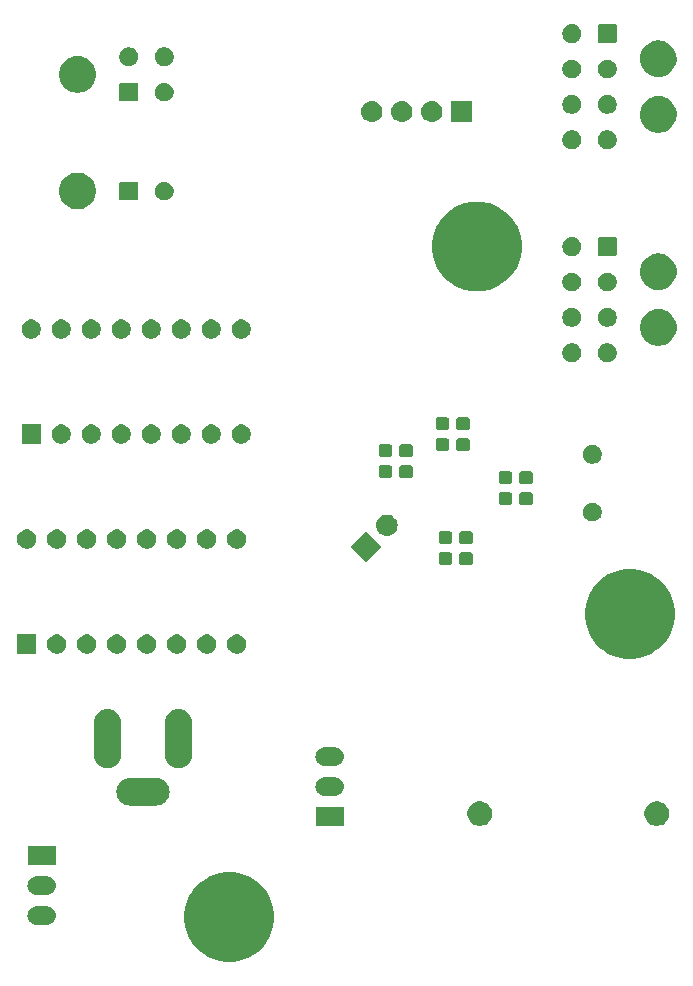
<source format=gbr>
G04 #@! TF.GenerationSoftware,KiCad,Pcbnew,(5.1.0)-1*
G04 #@! TF.CreationDate,2019-03-25T06:45:32-06:00*
G04 #@! TF.ProjectId,ParkingSystem,5061726b-696e-4675-9379-7374656d2e6b,v01*
G04 #@! TF.SameCoordinates,Original*
G04 #@! TF.FileFunction,Soldermask,Bot*
G04 #@! TF.FilePolarity,Negative*
%FSLAX46Y46*%
G04 Gerber Fmt 4.6, Leading zero omitted, Abs format (unit mm)*
G04 Created by KiCad (PCBNEW (5.1.0)-1) date 2019-03-25 06:45:32*
%MOMM*%
%LPD*%
G04 APERTURE LIST*
%ADD10C,0.100000*%
G04 APERTURE END LIST*
D10*
G36*
X83531710Y-90706070D02*
G01*
X84223447Y-90992597D01*
X84421403Y-91124867D01*
X84845996Y-91408571D01*
X85375429Y-91938004D01*
X85592673Y-92263133D01*
X85791403Y-92560553D01*
X86077930Y-93252290D01*
X86224000Y-93986633D01*
X86224000Y-94735367D01*
X86077930Y-95469710D01*
X85791403Y-96161447D01*
X85791402Y-96161448D01*
X85375429Y-96783996D01*
X84845996Y-97313429D01*
X84430022Y-97591374D01*
X84223447Y-97729403D01*
X83531710Y-98015930D01*
X82797367Y-98162000D01*
X82048633Y-98162000D01*
X81314290Y-98015930D01*
X80622553Y-97729403D01*
X80415978Y-97591374D01*
X80000004Y-97313429D01*
X79470571Y-96783996D01*
X79054598Y-96161448D01*
X79054597Y-96161447D01*
X78768070Y-95469710D01*
X78622000Y-94735367D01*
X78622000Y-93986633D01*
X78768070Y-93252290D01*
X79054597Y-92560553D01*
X79253327Y-92263133D01*
X79470571Y-91938004D01*
X80000004Y-91408571D01*
X80424597Y-91124867D01*
X80622553Y-90992597D01*
X81314290Y-90706070D01*
X82048633Y-90560000D01*
X82797367Y-90560000D01*
X83531710Y-90706070D01*
X83531710Y-90706070D01*
G37*
G36*
X67026571Y-93436863D02*
G01*
X67105023Y-93444590D01*
X67205682Y-93475125D01*
X67256013Y-93490392D01*
X67395165Y-93564771D01*
X67517133Y-93664867D01*
X67617229Y-93786835D01*
X67691608Y-93925987D01*
X67691608Y-93925988D01*
X67737410Y-94076977D01*
X67752875Y-94234000D01*
X67737410Y-94391023D01*
X67706875Y-94491682D01*
X67691608Y-94542013D01*
X67617229Y-94681165D01*
X67517133Y-94803133D01*
X67395165Y-94903229D01*
X67256013Y-94977608D01*
X67205682Y-94992875D01*
X67105023Y-95023410D01*
X67026571Y-95031137D01*
X66987346Y-95035000D01*
X66108654Y-95035000D01*
X66069429Y-95031137D01*
X65990977Y-95023410D01*
X65890318Y-94992875D01*
X65839987Y-94977608D01*
X65700835Y-94903229D01*
X65578867Y-94803133D01*
X65478771Y-94681165D01*
X65404392Y-94542013D01*
X65389125Y-94491682D01*
X65358590Y-94391023D01*
X65343125Y-94234000D01*
X65358590Y-94076977D01*
X65404392Y-93925988D01*
X65404392Y-93925987D01*
X65478771Y-93786835D01*
X65578867Y-93664867D01*
X65700835Y-93564771D01*
X65839987Y-93490392D01*
X65890318Y-93475125D01*
X65990977Y-93444590D01*
X66069429Y-93436863D01*
X66108654Y-93433000D01*
X66987346Y-93433000D01*
X67026571Y-93436863D01*
X67026571Y-93436863D01*
G37*
G36*
X67026571Y-90896863D02*
G01*
X67105023Y-90904590D01*
X67205682Y-90935125D01*
X67256013Y-90950392D01*
X67395165Y-91024771D01*
X67517133Y-91124867D01*
X67617229Y-91246835D01*
X67691608Y-91385987D01*
X67706875Y-91436318D01*
X67737410Y-91536977D01*
X67752875Y-91694000D01*
X67737410Y-91851023D01*
X67711025Y-91938004D01*
X67691608Y-92002013D01*
X67617229Y-92141165D01*
X67517133Y-92263133D01*
X67395165Y-92363229D01*
X67256013Y-92437608D01*
X67205682Y-92452875D01*
X67105023Y-92483410D01*
X67026571Y-92491137D01*
X66987346Y-92495000D01*
X66108654Y-92495000D01*
X66069429Y-92491137D01*
X65990977Y-92483410D01*
X65890318Y-92452875D01*
X65839987Y-92437608D01*
X65700835Y-92363229D01*
X65578867Y-92263133D01*
X65478771Y-92141165D01*
X65404392Y-92002013D01*
X65384975Y-91938004D01*
X65358590Y-91851023D01*
X65343125Y-91694000D01*
X65358590Y-91536977D01*
X65389125Y-91436318D01*
X65404392Y-91385987D01*
X65478771Y-91246835D01*
X65578867Y-91124867D01*
X65700835Y-91024771D01*
X65839987Y-90950392D01*
X65890318Y-90935125D01*
X65990977Y-90904590D01*
X66069429Y-90896863D01*
X66108654Y-90893000D01*
X66987346Y-90893000D01*
X67026571Y-90896863D01*
X67026571Y-90896863D01*
G37*
G36*
X67749000Y-89955000D02*
G01*
X65347000Y-89955000D01*
X65347000Y-88353000D01*
X67749000Y-88353000D01*
X67749000Y-89955000D01*
X67749000Y-89955000D01*
G37*
G36*
X92133000Y-86653000D02*
G01*
X89731000Y-86653000D01*
X89731000Y-85051000D01*
X92133000Y-85051000D01*
X92133000Y-86653000D01*
X92133000Y-86653000D01*
G37*
G36*
X118931564Y-84587389D02*
G01*
X119122833Y-84666615D01*
X119122835Y-84666616D01*
X119212251Y-84726362D01*
X119294973Y-84781635D01*
X119441365Y-84928027D01*
X119556385Y-85100167D01*
X119635611Y-85291436D01*
X119676000Y-85494484D01*
X119676000Y-85701516D01*
X119635611Y-85904564D01*
X119556385Y-86095833D01*
X119556384Y-86095835D01*
X119441365Y-86267973D01*
X119294973Y-86414365D01*
X119122835Y-86529384D01*
X119122834Y-86529385D01*
X119122833Y-86529385D01*
X118931564Y-86608611D01*
X118728516Y-86649000D01*
X118521484Y-86649000D01*
X118318436Y-86608611D01*
X118127167Y-86529385D01*
X118127166Y-86529385D01*
X118127165Y-86529384D01*
X117955027Y-86414365D01*
X117808635Y-86267973D01*
X117693616Y-86095835D01*
X117693615Y-86095833D01*
X117614389Y-85904564D01*
X117574000Y-85701516D01*
X117574000Y-85494484D01*
X117614389Y-85291436D01*
X117693615Y-85100167D01*
X117808635Y-84928027D01*
X117955027Y-84781635D01*
X118037749Y-84726362D01*
X118127165Y-84666616D01*
X118127167Y-84666615D01*
X118318436Y-84587389D01*
X118521484Y-84547000D01*
X118728516Y-84547000D01*
X118931564Y-84587389D01*
X118931564Y-84587389D01*
G37*
G36*
X103931564Y-84587389D02*
G01*
X104122833Y-84666615D01*
X104122835Y-84666616D01*
X104212251Y-84726362D01*
X104294973Y-84781635D01*
X104441365Y-84928027D01*
X104556385Y-85100167D01*
X104635611Y-85291436D01*
X104676000Y-85494484D01*
X104676000Y-85701516D01*
X104635611Y-85904564D01*
X104556385Y-86095833D01*
X104556384Y-86095835D01*
X104441365Y-86267973D01*
X104294973Y-86414365D01*
X104122835Y-86529384D01*
X104122834Y-86529385D01*
X104122833Y-86529385D01*
X103931564Y-86608611D01*
X103728516Y-86649000D01*
X103521484Y-86649000D01*
X103318436Y-86608611D01*
X103127167Y-86529385D01*
X103127166Y-86529385D01*
X103127165Y-86529384D01*
X102955027Y-86414365D01*
X102808635Y-86267973D01*
X102693616Y-86095835D01*
X102693615Y-86095833D01*
X102614389Y-85904564D01*
X102574000Y-85701516D01*
X102574000Y-85494484D01*
X102614389Y-85291436D01*
X102693615Y-85100167D01*
X102808635Y-84928027D01*
X102955027Y-84781635D01*
X103037749Y-84726362D01*
X103127165Y-84666616D01*
X103127167Y-84666615D01*
X103318436Y-84587389D01*
X103521484Y-84547000D01*
X103728516Y-84547000D01*
X103931564Y-84587389D01*
X103931564Y-84587389D01*
G37*
G36*
X76351537Y-82585472D02*
G01*
X76437556Y-82593944D01*
X76658290Y-82660903D01*
X76658293Y-82660904D01*
X76861719Y-82769638D01*
X77040028Y-82915972D01*
X77186362Y-83094281D01*
X77295096Y-83297707D01*
X77295097Y-83297710D01*
X77362056Y-83518444D01*
X77384665Y-83748000D01*
X77362056Y-83977556D01*
X77338379Y-84055608D01*
X77295096Y-84198293D01*
X77186362Y-84401719D01*
X77040028Y-84580028D01*
X76861719Y-84726362D01*
X76658293Y-84835096D01*
X76658290Y-84835097D01*
X76437556Y-84902056D01*
X76351537Y-84910528D01*
X76265520Y-84919000D01*
X73990480Y-84919000D01*
X73904463Y-84910528D01*
X73818444Y-84902056D01*
X73597710Y-84835097D01*
X73597707Y-84835096D01*
X73394281Y-84726362D01*
X73215972Y-84580028D01*
X73069638Y-84401719D01*
X72960904Y-84198293D01*
X72917621Y-84055608D01*
X72893944Y-83977556D01*
X72871335Y-83748000D01*
X72893944Y-83518444D01*
X72960903Y-83297710D01*
X72960904Y-83297707D01*
X73069638Y-83094281D01*
X73215972Y-82915972D01*
X73394281Y-82769638D01*
X73597707Y-82660904D01*
X73597710Y-82660903D01*
X73818444Y-82593944D01*
X73904463Y-82585472D01*
X73990480Y-82577000D01*
X76265520Y-82577000D01*
X76351537Y-82585472D01*
X76351537Y-82585472D01*
G37*
G36*
X91410571Y-82514863D02*
G01*
X91489023Y-82522590D01*
X91589682Y-82553125D01*
X91640013Y-82568392D01*
X91779165Y-82642771D01*
X91901133Y-82742867D01*
X92001229Y-82864835D01*
X92075608Y-83003987D01*
X92075608Y-83003988D01*
X92121410Y-83154977D01*
X92136875Y-83312000D01*
X92121410Y-83469023D01*
X92090875Y-83569682D01*
X92075608Y-83620013D01*
X92001229Y-83759165D01*
X91901133Y-83881133D01*
X91779165Y-83981229D01*
X91640013Y-84055608D01*
X91589682Y-84070875D01*
X91489023Y-84101410D01*
X91410571Y-84109137D01*
X91371346Y-84113000D01*
X90492654Y-84113000D01*
X90453429Y-84109137D01*
X90374977Y-84101410D01*
X90274318Y-84070875D01*
X90223987Y-84055608D01*
X90084835Y-83981229D01*
X89962867Y-83881133D01*
X89862771Y-83759165D01*
X89788392Y-83620013D01*
X89773125Y-83569682D01*
X89742590Y-83469023D01*
X89727125Y-83312000D01*
X89742590Y-83154977D01*
X89788392Y-83003988D01*
X89788392Y-83003987D01*
X89862771Y-82864835D01*
X89962867Y-82742867D01*
X90084835Y-82642771D01*
X90223987Y-82568392D01*
X90274318Y-82553125D01*
X90374977Y-82522590D01*
X90453429Y-82514863D01*
X90492654Y-82511000D01*
X91371346Y-82511000D01*
X91410571Y-82514863D01*
X91410571Y-82514863D01*
G37*
G36*
X72357555Y-76763944D02*
G01*
X72578289Y-76830903D01*
X72578292Y-76830904D01*
X72781718Y-76939638D01*
X72781720Y-76939639D01*
X72781719Y-76939639D01*
X72960028Y-77085972D01*
X73080121Y-77232306D01*
X73106362Y-77264281D01*
X73215096Y-77467707D01*
X73215096Y-77467708D01*
X73215097Y-77467710D01*
X73282056Y-77688444D01*
X73299000Y-77860482D01*
X73299000Y-80635518D01*
X73282056Y-80807556D01*
X73245210Y-80929021D01*
X73215096Y-81028293D01*
X73106362Y-81231719D01*
X72960028Y-81410028D01*
X72781719Y-81556362D01*
X72578293Y-81665096D01*
X72578290Y-81665097D01*
X72357556Y-81732056D01*
X72128000Y-81754665D01*
X71898445Y-81732056D01*
X71677711Y-81665097D01*
X71677708Y-81665096D01*
X71474282Y-81556362D01*
X71295973Y-81410028D01*
X71149639Y-81231719D01*
X71040905Y-81028293D01*
X71010791Y-80929021D01*
X70973945Y-80807556D01*
X70957001Y-80635518D01*
X70957000Y-77860483D01*
X70973944Y-77688445D01*
X71040903Y-77467711D01*
X71040904Y-77467708D01*
X71149638Y-77264282D01*
X71171890Y-77237168D01*
X71295972Y-77085972D01*
X71474280Y-76939639D01*
X71474279Y-76939639D01*
X71474281Y-76939638D01*
X71677707Y-76830904D01*
X71677710Y-76830903D01*
X71898444Y-76763944D01*
X72128000Y-76741335D01*
X72357555Y-76763944D01*
X72357555Y-76763944D01*
G37*
G36*
X78357555Y-76763944D02*
G01*
X78578289Y-76830903D01*
X78578292Y-76830904D01*
X78781718Y-76939638D01*
X78781720Y-76939639D01*
X78781719Y-76939639D01*
X78960028Y-77085972D01*
X79080121Y-77232306D01*
X79106362Y-77264281D01*
X79215096Y-77467707D01*
X79215096Y-77467708D01*
X79215097Y-77467710D01*
X79282056Y-77688444D01*
X79299000Y-77860482D01*
X79299000Y-80635518D01*
X79282056Y-80807556D01*
X79245210Y-80929021D01*
X79215096Y-81028293D01*
X79106362Y-81231719D01*
X78960028Y-81410028D01*
X78781719Y-81556362D01*
X78578293Y-81665096D01*
X78578290Y-81665097D01*
X78357556Y-81732056D01*
X78128000Y-81754665D01*
X77898445Y-81732056D01*
X77677711Y-81665097D01*
X77677708Y-81665096D01*
X77474282Y-81556362D01*
X77295973Y-81410028D01*
X77149639Y-81231719D01*
X77040905Y-81028293D01*
X77010791Y-80929021D01*
X76973945Y-80807556D01*
X76957001Y-80635518D01*
X76957000Y-77860483D01*
X76973944Y-77688445D01*
X77040903Y-77467711D01*
X77040904Y-77467708D01*
X77149638Y-77264282D01*
X77171890Y-77237168D01*
X77295972Y-77085972D01*
X77474280Y-76939639D01*
X77474279Y-76939639D01*
X77474281Y-76939638D01*
X77677707Y-76830904D01*
X77677710Y-76830903D01*
X77898444Y-76763944D01*
X78128000Y-76741335D01*
X78357555Y-76763944D01*
X78357555Y-76763944D01*
G37*
G36*
X91410571Y-79974863D02*
G01*
X91489023Y-79982590D01*
X91589682Y-80013125D01*
X91640013Y-80028392D01*
X91779165Y-80102771D01*
X91901133Y-80202867D01*
X92001229Y-80324835D01*
X92075608Y-80463987D01*
X92075608Y-80463988D01*
X92121410Y-80614977D01*
X92136875Y-80772000D01*
X92121410Y-80929023D01*
X92091298Y-81028290D01*
X92075608Y-81080013D01*
X92001229Y-81219165D01*
X91901133Y-81341133D01*
X91779165Y-81441229D01*
X91640013Y-81515608D01*
X91589682Y-81530875D01*
X91489023Y-81561410D01*
X91410571Y-81569137D01*
X91371346Y-81573000D01*
X90492654Y-81573000D01*
X90453429Y-81569137D01*
X90374977Y-81561410D01*
X90274318Y-81530875D01*
X90223987Y-81515608D01*
X90084835Y-81441229D01*
X89962867Y-81341133D01*
X89862771Y-81219165D01*
X89788392Y-81080013D01*
X89772702Y-81028290D01*
X89742590Y-80929023D01*
X89727125Y-80772000D01*
X89742590Y-80614977D01*
X89788392Y-80463988D01*
X89788392Y-80463987D01*
X89862771Y-80324835D01*
X89962867Y-80202867D01*
X90084835Y-80102771D01*
X90223987Y-80028392D01*
X90274318Y-80013125D01*
X90374977Y-79982590D01*
X90453429Y-79974863D01*
X90492654Y-79971000D01*
X91371346Y-79971000D01*
X91410571Y-79974863D01*
X91410571Y-79974863D01*
G37*
G36*
X117440710Y-65052070D02*
G01*
X118132447Y-65338597D01*
X118132448Y-65338598D01*
X118754996Y-65754571D01*
X119284429Y-66284004D01*
X119562374Y-66699978D01*
X119700403Y-66906553D01*
X119986930Y-67598290D01*
X120133000Y-68332633D01*
X120133000Y-69081367D01*
X119986930Y-69815710D01*
X119700403Y-70507447D01*
X119628205Y-70615499D01*
X119284429Y-71129996D01*
X118754996Y-71659429D01*
X118427134Y-71878499D01*
X118132447Y-72075403D01*
X117440710Y-72361930D01*
X116706367Y-72508000D01*
X115957633Y-72508000D01*
X115223290Y-72361930D01*
X114531553Y-72075403D01*
X114236866Y-71878499D01*
X113909004Y-71659429D01*
X113379571Y-71129996D01*
X113035795Y-70615499D01*
X112963597Y-70507447D01*
X112677070Y-69815710D01*
X112531000Y-69081367D01*
X112531000Y-68332633D01*
X112677070Y-67598290D01*
X112963597Y-66906553D01*
X113101626Y-66699978D01*
X113379571Y-66284004D01*
X113909004Y-65754571D01*
X114531552Y-65338598D01*
X114531553Y-65338597D01*
X115223290Y-65052070D01*
X115957633Y-64906000D01*
X116706367Y-64906000D01*
X117440710Y-65052070D01*
X117440710Y-65052070D01*
G37*
G36*
X78215142Y-70465242D02*
G01*
X78363101Y-70526529D01*
X78496255Y-70615499D01*
X78609501Y-70728745D01*
X78698471Y-70861899D01*
X78759758Y-71009858D01*
X78791000Y-71166925D01*
X78791000Y-71327075D01*
X78759758Y-71484142D01*
X78698471Y-71632101D01*
X78609501Y-71765255D01*
X78496255Y-71878501D01*
X78363101Y-71967471D01*
X78215142Y-72028758D01*
X78058075Y-72060000D01*
X77897925Y-72060000D01*
X77740858Y-72028758D01*
X77592899Y-71967471D01*
X77459745Y-71878501D01*
X77346499Y-71765255D01*
X77257529Y-71632101D01*
X77196242Y-71484142D01*
X77165000Y-71327075D01*
X77165000Y-71166925D01*
X77196242Y-71009858D01*
X77257529Y-70861899D01*
X77346499Y-70728745D01*
X77459745Y-70615499D01*
X77592899Y-70526529D01*
X77740858Y-70465242D01*
X77897925Y-70434000D01*
X78058075Y-70434000D01*
X78215142Y-70465242D01*
X78215142Y-70465242D01*
G37*
G36*
X73135142Y-70465242D02*
G01*
X73283101Y-70526529D01*
X73416255Y-70615499D01*
X73529501Y-70728745D01*
X73618471Y-70861899D01*
X73679758Y-71009858D01*
X73711000Y-71166925D01*
X73711000Y-71327075D01*
X73679758Y-71484142D01*
X73618471Y-71632101D01*
X73529501Y-71765255D01*
X73416255Y-71878501D01*
X73283101Y-71967471D01*
X73135142Y-72028758D01*
X72978075Y-72060000D01*
X72817925Y-72060000D01*
X72660858Y-72028758D01*
X72512899Y-71967471D01*
X72379745Y-71878501D01*
X72266499Y-71765255D01*
X72177529Y-71632101D01*
X72116242Y-71484142D01*
X72085000Y-71327075D01*
X72085000Y-71166925D01*
X72116242Y-71009858D01*
X72177529Y-70861899D01*
X72266499Y-70728745D01*
X72379745Y-70615499D01*
X72512899Y-70526529D01*
X72660858Y-70465242D01*
X72817925Y-70434000D01*
X72978075Y-70434000D01*
X73135142Y-70465242D01*
X73135142Y-70465242D01*
G37*
G36*
X80755142Y-70465242D02*
G01*
X80903101Y-70526529D01*
X81036255Y-70615499D01*
X81149501Y-70728745D01*
X81238471Y-70861899D01*
X81299758Y-71009858D01*
X81331000Y-71166925D01*
X81331000Y-71327075D01*
X81299758Y-71484142D01*
X81238471Y-71632101D01*
X81149501Y-71765255D01*
X81036255Y-71878501D01*
X80903101Y-71967471D01*
X80755142Y-72028758D01*
X80598075Y-72060000D01*
X80437925Y-72060000D01*
X80280858Y-72028758D01*
X80132899Y-71967471D01*
X79999745Y-71878501D01*
X79886499Y-71765255D01*
X79797529Y-71632101D01*
X79736242Y-71484142D01*
X79705000Y-71327075D01*
X79705000Y-71166925D01*
X79736242Y-71009858D01*
X79797529Y-70861899D01*
X79886499Y-70728745D01*
X79999745Y-70615499D01*
X80132899Y-70526529D01*
X80280858Y-70465242D01*
X80437925Y-70434000D01*
X80598075Y-70434000D01*
X80755142Y-70465242D01*
X80755142Y-70465242D01*
G37*
G36*
X70595142Y-70465242D02*
G01*
X70743101Y-70526529D01*
X70876255Y-70615499D01*
X70989501Y-70728745D01*
X71078471Y-70861899D01*
X71139758Y-71009858D01*
X71171000Y-71166925D01*
X71171000Y-71327075D01*
X71139758Y-71484142D01*
X71078471Y-71632101D01*
X70989501Y-71765255D01*
X70876255Y-71878501D01*
X70743101Y-71967471D01*
X70595142Y-72028758D01*
X70438075Y-72060000D01*
X70277925Y-72060000D01*
X70120858Y-72028758D01*
X69972899Y-71967471D01*
X69839745Y-71878501D01*
X69726499Y-71765255D01*
X69637529Y-71632101D01*
X69576242Y-71484142D01*
X69545000Y-71327075D01*
X69545000Y-71166925D01*
X69576242Y-71009858D01*
X69637529Y-70861899D01*
X69726499Y-70728745D01*
X69839745Y-70615499D01*
X69972899Y-70526529D01*
X70120858Y-70465242D01*
X70277925Y-70434000D01*
X70438075Y-70434000D01*
X70595142Y-70465242D01*
X70595142Y-70465242D01*
G37*
G36*
X68055142Y-70465242D02*
G01*
X68203101Y-70526529D01*
X68336255Y-70615499D01*
X68449501Y-70728745D01*
X68538471Y-70861899D01*
X68599758Y-71009858D01*
X68631000Y-71166925D01*
X68631000Y-71327075D01*
X68599758Y-71484142D01*
X68538471Y-71632101D01*
X68449501Y-71765255D01*
X68336255Y-71878501D01*
X68203101Y-71967471D01*
X68055142Y-72028758D01*
X67898075Y-72060000D01*
X67737925Y-72060000D01*
X67580858Y-72028758D01*
X67432899Y-71967471D01*
X67299745Y-71878501D01*
X67186499Y-71765255D01*
X67097529Y-71632101D01*
X67036242Y-71484142D01*
X67005000Y-71327075D01*
X67005000Y-71166925D01*
X67036242Y-71009858D01*
X67097529Y-70861899D01*
X67186499Y-70728745D01*
X67299745Y-70615499D01*
X67432899Y-70526529D01*
X67580858Y-70465242D01*
X67737925Y-70434000D01*
X67898075Y-70434000D01*
X68055142Y-70465242D01*
X68055142Y-70465242D01*
G37*
G36*
X75675142Y-70465242D02*
G01*
X75823101Y-70526529D01*
X75956255Y-70615499D01*
X76069501Y-70728745D01*
X76158471Y-70861899D01*
X76219758Y-71009858D01*
X76251000Y-71166925D01*
X76251000Y-71327075D01*
X76219758Y-71484142D01*
X76158471Y-71632101D01*
X76069501Y-71765255D01*
X75956255Y-71878501D01*
X75823101Y-71967471D01*
X75675142Y-72028758D01*
X75518075Y-72060000D01*
X75357925Y-72060000D01*
X75200858Y-72028758D01*
X75052899Y-71967471D01*
X74919745Y-71878501D01*
X74806499Y-71765255D01*
X74717529Y-71632101D01*
X74656242Y-71484142D01*
X74625000Y-71327075D01*
X74625000Y-71166925D01*
X74656242Y-71009858D01*
X74717529Y-70861899D01*
X74806499Y-70728745D01*
X74919745Y-70615499D01*
X75052899Y-70526529D01*
X75200858Y-70465242D01*
X75357925Y-70434000D01*
X75518075Y-70434000D01*
X75675142Y-70465242D01*
X75675142Y-70465242D01*
G37*
G36*
X83295142Y-70465242D02*
G01*
X83443101Y-70526529D01*
X83576255Y-70615499D01*
X83689501Y-70728745D01*
X83778471Y-70861899D01*
X83839758Y-71009858D01*
X83871000Y-71166925D01*
X83871000Y-71327075D01*
X83839758Y-71484142D01*
X83778471Y-71632101D01*
X83689501Y-71765255D01*
X83576255Y-71878501D01*
X83443101Y-71967471D01*
X83295142Y-72028758D01*
X83138075Y-72060000D01*
X82977925Y-72060000D01*
X82820858Y-72028758D01*
X82672899Y-71967471D01*
X82539745Y-71878501D01*
X82426499Y-71765255D01*
X82337529Y-71632101D01*
X82276242Y-71484142D01*
X82245000Y-71327075D01*
X82245000Y-71166925D01*
X82276242Y-71009858D01*
X82337529Y-70861899D01*
X82426499Y-70728745D01*
X82539745Y-70615499D01*
X82672899Y-70526529D01*
X82820858Y-70465242D01*
X82977925Y-70434000D01*
X83138075Y-70434000D01*
X83295142Y-70465242D01*
X83295142Y-70465242D01*
G37*
G36*
X66091000Y-72060000D02*
G01*
X64465000Y-72060000D01*
X64465000Y-70434000D01*
X66091000Y-70434000D01*
X66091000Y-72060000D01*
X66091000Y-72060000D01*
G37*
G36*
X102889499Y-63486445D02*
G01*
X102926995Y-63497820D01*
X102961554Y-63516292D01*
X102991847Y-63541153D01*
X103016708Y-63571446D01*
X103035180Y-63606005D01*
X103046555Y-63643501D01*
X103051000Y-63688638D01*
X103051000Y-64327362D01*
X103046555Y-64372499D01*
X103035180Y-64409995D01*
X103016708Y-64444554D01*
X102991847Y-64474847D01*
X102961554Y-64499708D01*
X102926995Y-64518180D01*
X102889499Y-64529555D01*
X102844362Y-64534000D01*
X102105638Y-64534000D01*
X102060501Y-64529555D01*
X102023005Y-64518180D01*
X101988446Y-64499708D01*
X101958153Y-64474847D01*
X101933292Y-64444554D01*
X101914820Y-64409995D01*
X101903445Y-64372499D01*
X101899000Y-64327362D01*
X101899000Y-63688638D01*
X101903445Y-63643501D01*
X101914820Y-63606005D01*
X101933292Y-63571446D01*
X101958153Y-63541153D01*
X101988446Y-63516292D01*
X102023005Y-63497820D01*
X102060501Y-63486445D01*
X102105638Y-63482000D01*
X102844362Y-63482000D01*
X102889499Y-63486445D01*
X102889499Y-63486445D01*
G37*
G36*
X101139499Y-63486445D02*
G01*
X101176995Y-63497820D01*
X101211554Y-63516292D01*
X101241847Y-63541153D01*
X101266708Y-63571446D01*
X101285180Y-63606005D01*
X101296555Y-63643501D01*
X101301000Y-63688638D01*
X101301000Y-64327362D01*
X101296555Y-64372499D01*
X101285180Y-64409995D01*
X101266708Y-64444554D01*
X101241847Y-64474847D01*
X101211554Y-64499708D01*
X101176995Y-64518180D01*
X101139499Y-64529555D01*
X101094362Y-64534000D01*
X100355638Y-64534000D01*
X100310501Y-64529555D01*
X100273005Y-64518180D01*
X100238446Y-64499708D01*
X100208153Y-64474847D01*
X100183292Y-64444554D01*
X100164820Y-64409995D01*
X100153445Y-64372499D01*
X100149000Y-64327362D01*
X100149000Y-63688638D01*
X100153445Y-63643501D01*
X100164820Y-63606005D01*
X100183292Y-63571446D01*
X100208153Y-63541153D01*
X100238446Y-63516292D01*
X100273005Y-63497820D01*
X100310501Y-63486445D01*
X100355638Y-63482000D01*
X101094362Y-63482000D01*
X101139499Y-63486445D01*
X101139499Y-63486445D01*
G37*
G36*
X95254206Y-62992000D02*
G01*
X93980000Y-64266206D01*
X92705794Y-62992000D01*
X93980000Y-61717794D01*
X95254206Y-62992000D01*
X95254206Y-62992000D01*
G37*
G36*
X83295142Y-61575242D02*
G01*
X83443101Y-61636529D01*
X83576255Y-61725499D01*
X83689501Y-61838745D01*
X83778471Y-61971899D01*
X83839758Y-62119858D01*
X83871000Y-62276925D01*
X83871000Y-62437075D01*
X83839758Y-62594142D01*
X83778471Y-62742101D01*
X83689501Y-62875255D01*
X83576255Y-62988501D01*
X83443101Y-63077471D01*
X83295142Y-63138758D01*
X83138075Y-63170000D01*
X82977925Y-63170000D01*
X82820858Y-63138758D01*
X82672899Y-63077471D01*
X82539745Y-62988501D01*
X82426499Y-62875255D01*
X82337529Y-62742101D01*
X82276242Y-62594142D01*
X82245000Y-62437075D01*
X82245000Y-62276925D01*
X82276242Y-62119858D01*
X82337529Y-61971899D01*
X82426499Y-61838745D01*
X82539745Y-61725499D01*
X82672899Y-61636529D01*
X82820858Y-61575242D01*
X82977925Y-61544000D01*
X83138075Y-61544000D01*
X83295142Y-61575242D01*
X83295142Y-61575242D01*
G37*
G36*
X78215142Y-61575242D02*
G01*
X78363101Y-61636529D01*
X78496255Y-61725499D01*
X78609501Y-61838745D01*
X78698471Y-61971899D01*
X78759758Y-62119858D01*
X78791000Y-62276925D01*
X78791000Y-62437075D01*
X78759758Y-62594142D01*
X78698471Y-62742101D01*
X78609501Y-62875255D01*
X78496255Y-62988501D01*
X78363101Y-63077471D01*
X78215142Y-63138758D01*
X78058075Y-63170000D01*
X77897925Y-63170000D01*
X77740858Y-63138758D01*
X77592899Y-63077471D01*
X77459745Y-62988501D01*
X77346499Y-62875255D01*
X77257529Y-62742101D01*
X77196242Y-62594142D01*
X77165000Y-62437075D01*
X77165000Y-62276925D01*
X77196242Y-62119858D01*
X77257529Y-61971899D01*
X77346499Y-61838745D01*
X77459745Y-61725499D01*
X77592899Y-61636529D01*
X77740858Y-61575242D01*
X77897925Y-61544000D01*
X78058075Y-61544000D01*
X78215142Y-61575242D01*
X78215142Y-61575242D01*
G37*
G36*
X75675142Y-61575242D02*
G01*
X75823101Y-61636529D01*
X75956255Y-61725499D01*
X76069501Y-61838745D01*
X76158471Y-61971899D01*
X76219758Y-62119858D01*
X76251000Y-62276925D01*
X76251000Y-62437075D01*
X76219758Y-62594142D01*
X76158471Y-62742101D01*
X76069501Y-62875255D01*
X75956255Y-62988501D01*
X75823101Y-63077471D01*
X75675142Y-63138758D01*
X75518075Y-63170000D01*
X75357925Y-63170000D01*
X75200858Y-63138758D01*
X75052899Y-63077471D01*
X74919745Y-62988501D01*
X74806499Y-62875255D01*
X74717529Y-62742101D01*
X74656242Y-62594142D01*
X74625000Y-62437075D01*
X74625000Y-62276925D01*
X74656242Y-62119858D01*
X74717529Y-61971899D01*
X74806499Y-61838745D01*
X74919745Y-61725499D01*
X75052899Y-61636529D01*
X75200858Y-61575242D01*
X75357925Y-61544000D01*
X75518075Y-61544000D01*
X75675142Y-61575242D01*
X75675142Y-61575242D01*
G37*
G36*
X73135142Y-61575242D02*
G01*
X73283101Y-61636529D01*
X73416255Y-61725499D01*
X73529501Y-61838745D01*
X73618471Y-61971899D01*
X73679758Y-62119858D01*
X73711000Y-62276925D01*
X73711000Y-62437075D01*
X73679758Y-62594142D01*
X73618471Y-62742101D01*
X73529501Y-62875255D01*
X73416255Y-62988501D01*
X73283101Y-63077471D01*
X73135142Y-63138758D01*
X72978075Y-63170000D01*
X72817925Y-63170000D01*
X72660858Y-63138758D01*
X72512899Y-63077471D01*
X72379745Y-62988501D01*
X72266499Y-62875255D01*
X72177529Y-62742101D01*
X72116242Y-62594142D01*
X72085000Y-62437075D01*
X72085000Y-62276925D01*
X72116242Y-62119858D01*
X72177529Y-61971899D01*
X72266499Y-61838745D01*
X72379745Y-61725499D01*
X72512899Y-61636529D01*
X72660858Y-61575242D01*
X72817925Y-61544000D01*
X72978075Y-61544000D01*
X73135142Y-61575242D01*
X73135142Y-61575242D01*
G37*
G36*
X80755142Y-61575242D02*
G01*
X80903101Y-61636529D01*
X81036255Y-61725499D01*
X81149501Y-61838745D01*
X81238471Y-61971899D01*
X81299758Y-62119858D01*
X81331000Y-62276925D01*
X81331000Y-62437075D01*
X81299758Y-62594142D01*
X81238471Y-62742101D01*
X81149501Y-62875255D01*
X81036255Y-62988501D01*
X80903101Y-63077471D01*
X80755142Y-63138758D01*
X80598075Y-63170000D01*
X80437925Y-63170000D01*
X80280858Y-63138758D01*
X80132899Y-63077471D01*
X79999745Y-62988501D01*
X79886499Y-62875255D01*
X79797529Y-62742101D01*
X79736242Y-62594142D01*
X79705000Y-62437075D01*
X79705000Y-62276925D01*
X79736242Y-62119858D01*
X79797529Y-61971899D01*
X79886499Y-61838745D01*
X79999745Y-61725499D01*
X80132899Y-61636529D01*
X80280858Y-61575242D01*
X80437925Y-61544000D01*
X80598075Y-61544000D01*
X80755142Y-61575242D01*
X80755142Y-61575242D01*
G37*
G36*
X65515142Y-61575242D02*
G01*
X65663101Y-61636529D01*
X65796255Y-61725499D01*
X65909501Y-61838745D01*
X65998471Y-61971899D01*
X66059758Y-62119858D01*
X66091000Y-62276925D01*
X66091000Y-62437075D01*
X66059758Y-62594142D01*
X65998471Y-62742101D01*
X65909501Y-62875255D01*
X65796255Y-62988501D01*
X65663101Y-63077471D01*
X65515142Y-63138758D01*
X65358075Y-63170000D01*
X65197925Y-63170000D01*
X65040858Y-63138758D01*
X64892899Y-63077471D01*
X64759745Y-62988501D01*
X64646499Y-62875255D01*
X64557529Y-62742101D01*
X64496242Y-62594142D01*
X64465000Y-62437075D01*
X64465000Y-62276925D01*
X64496242Y-62119858D01*
X64557529Y-61971899D01*
X64646499Y-61838745D01*
X64759745Y-61725499D01*
X64892899Y-61636529D01*
X65040858Y-61575242D01*
X65197925Y-61544000D01*
X65358075Y-61544000D01*
X65515142Y-61575242D01*
X65515142Y-61575242D01*
G37*
G36*
X68055142Y-61575242D02*
G01*
X68203101Y-61636529D01*
X68336255Y-61725499D01*
X68449501Y-61838745D01*
X68538471Y-61971899D01*
X68599758Y-62119858D01*
X68631000Y-62276925D01*
X68631000Y-62437075D01*
X68599758Y-62594142D01*
X68538471Y-62742101D01*
X68449501Y-62875255D01*
X68336255Y-62988501D01*
X68203101Y-63077471D01*
X68055142Y-63138758D01*
X67898075Y-63170000D01*
X67737925Y-63170000D01*
X67580858Y-63138758D01*
X67432899Y-63077471D01*
X67299745Y-62988501D01*
X67186499Y-62875255D01*
X67097529Y-62742101D01*
X67036242Y-62594142D01*
X67005000Y-62437075D01*
X67005000Y-62276925D01*
X67036242Y-62119858D01*
X67097529Y-61971899D01*
X67186499Y-61838745D01*
X67299745Y-61725499D01*
X67432899Y-61636529D01*
X67580858Y-61575242D01*
X67737925Y-61544000D01*
X67898075Y-61544000D01*
X68055142Y-61575242D01*
X68055142Y-61575242D01*
G37*
G36*
X70595142Y-61575242D02*
G01*
X70743101Y-61636529D01*
X70876255Y-61725499D01*
X70989501Y-61838745D01*
X71078471Y-61971899D01*
X71139758Y-62119858D01*
X71171000Y-62276925D01*
X71171000Y-62437075D01*
X71139758Y-62594142D01*
X71078471Y-62742101D01*
X70989501Y-62875255D01*
X70876255Y-62988501D01*
X70743101Y-63077471D01*
X70595142Y-63138758D01*
X70438075Y-63170000D01*
X70277925Y-63170000D01*
X70120858Y-63138758D01*
X69972899Y-63077471D01*
X69839745Y-62988501D01*
X69726499Y-62875255D01*
X69637529Y-62742101D01*
X69576242Y-62594142D01*
X69545000Y-62437075D01*
X69545000Y-62276925D01*
X69576242Y-62119858D01*
X69637529Y-61971899D01*
X69726499Y-61838745D01*
X69839745Y-61725499D01*
X69972899Y-61636529D01*
X70120858Y-61575242D01*
X70277925Y-61544000D01*
X70438075Y-61544000D01*
X70595142Y-61575242D01*
X70595142Y-61575242D01*
G37*
G36*
X102889499Y-61708445D02*
G01*
X102926995Y-61719820D01*
X102961554Y-61738292D01*
X102991847Y-61763153D01*
X103016708Y-61793446D01*
X103035180Y-61828005D01*
X103046555Y-61865501D01*
X103051000Y-61910638D01*
X103051000Y-62549362D01*
X103046555Y-62594499D01*
X103035180Y-62631995D01*
X103016708Y-62666554D01*
X102991847Y-62696847D01*
X102961554Y-62721708D01*
X102926995Y-62740180D01*
X102889499Y-62751555D01*
X102844362Y-62756000D01*
X102105638Y-62756000D01*
X102060501Y-62751555D01*
X102023005Y-62740180D01*
X101988446Y-62721708D01*
X101958153Y-62696847D01*
X101933292Y-62666554D01*
X101914820Y-62631995D01*
X101903445Y-62594499D01*
X101899000Y-62549362D01*
X101899000Y-61910638D01*
X101903445Y-61865501D01*
X101914820Y-61828005D01*
X101933292Y-61793446D01*
X101958153Y-61763153D01*
X101988446Y-61738292D01*
X102023005Y-61719820D01*
X102060501Y-61708445D01*
X102105638Y-61704000D01*
X102844362Y-61704000D01*
X102889499Y-61708445D01*
X102889499Y-61708445D01*
G37*
G36*
X101139499Y-61708445D02*
G01*
X101176995Y-61719820D01*
X101211554Y-61738292D01*
X101241847Y-61763153D01*
X101266708Y-61793446D01*
X101285180Y-61828005D01*
X101296555Y-61865501D01*
X101301000Y-61910638D01*
X101301000Y-62549362D01*
X101296555Y-62594499D01*
X101285180Y-62631995D01*
X101266708Y-62666554D01*
X101241847Y-62696847D01*
X101211554Y-62721708D01*
X101176995Y-62740180D01*
X101139499Y-62751555D01*
X101094362Y-62756000D01*
X100355638Y-62756000D01*
X100310501Y-62751555D01*
X100273005Y-62740180D01*
X100238446Y-62721708D01*
X100208153Y-62696847D01*
X100183292Y-62666554D01*
X100164820Y-62631995D01*
X100153445Y-62594499D01*
X100149000Y-62549362D01*
X100149000Y-61910638D01*
X100153445Y-61865501D01*
X100164820Y-61828005D01*
X100183292Y-61793446D01*
X100208153Y-61763153D01*
X100238446Y-61738292D01*
X100273005Y-61719820D01*
X100310501Y-61708445D01*
X100355638Y-61704000D01*
X101094362Y-61704000D01*
X101139499Y-61708445D01*
X101139499Y-61708445D01*
G37*
G36*
X95886494Y-60301468D02*
G01*
X95952678Y-60307986D01*
X96122517Y-60359506D01*
X96279042Y-60443171D01*
X96314780Y-60472501D01*
X96416237Y-60555763D01*
X96499499Y-60657220D01*
X96528829Y-60692958D01*
X96612494Y-60849483D01*
X96664014Y-61019322D01*
X96681410Y-61195949D01*
X96664014Y-61372576D01*
X96612494Y-61542415D01*
X96612493Y-61542417D01*
X96594947Y-61575243D01*
X96528829Y-61698940D01*
X96524676Y-61704000D01*
X96416237Y-61836135D01*
X96325453Y-61910638D01*
X96279042Y-61948727D01*
X96122517Y-62032392D01*
X95952678Y-62083912D01*
X95886494Y-62090430D01*
X95820311Y-62096949D01*
X95731791Y-62096949D01*
X95665608Y-62090430D01*
X95599424Y-62083912D01*
X95429585Y-62032392D01*
X95273060Y-61948727D01*
X95226649Y-61910638D01*
X95135865Y-61836135D01*
X95027426Y-61704000D01*
X95023273Y-61698940D01*
X94957155Y-61575243D01*
X94939609Y-61542417D01*
X94939608Y-61542415D01*
X94888088Y-61372576D01*
X94870692Y-61195949D01*
X94888088Y-61019322D01*
X94939608Y-60849483D01*
X95023273Y-60692958D01*
X95052603Y-60657220D01*
X95135865Y-60555763D01*
X95237322Y-60472501D01*
X95273060Y-60443171D01*
X95429585Y-60359506D01*
X95599424Y-60307986D01*
X95665608Y-60301468D01*
X95731791Y-60294949D01*
X95820311Y-60294949D01*
X95886494Y-60301468D01*
X95886494Y-60301468D01*
G37*
G36*
X113390642Y-59300781D02*
G01*
X113536414Y-59361162D01*
X113536416Y-59361163D01*
X113667608Y-59448822D01*
X113779178Y-59560392D01*
X113866837Y-59691584D01*
X113866838Y-59691586D01*
X113927219Y-59837358D01*
X113958000Y-59992107D01*
X113958000Y-60149893D01*
X113927219Y-60304642D01*
X113869838Y-60443171D01*
X113866837Y-60450416D01*
X113779178Y-60581608D01*
X113667608Y-60693178D01*
X113536416Y-60780837D01*
X113536415Y-60780838D01*
X113536414Y-60780838D01*
X113390642Y-60841219D01*
X113235893Y-60872000D01*
X113078107Y-60872000D01*
X112923358Y-60841219D01*
X112777586Y-60780838D01*
X112777585Y-60780838D01*
X112777584Y-60780837D01*
X112646392Y-60693178D01*
X112534822Y-60581608D01*
X112447163Y-60450416D01*
X112444162Y-60443171D01*
X112386781Y-60304642D01*
X112356000Y-60149893D01*
X112356000Y-59992107D01*
X112386781Y-59837358D01*
X112447162Y-59691586D01*
X112447163Y-59691584D01*
X112534822Y-59560392D01*
X112646392Y-59448822D01*
X112777584Y-59361163D01*
X112777586Y-59361162D01*
X112923358Y-59300781D01*
X113078107Y-59270000D01*
X113235893Y-59270000D01*
X113390642Y-59300781D01*
X113390642Y-59300781D01*
G37*
G36*
X107969499Y-58406445D02*
G01*
X108006995Y-58417820D01*
X108041554Y-58436292D01*
X108071847Y-58461153D01*
X108096708Y-58491446D01*
X108115180Y-58526005D01*
X108126555Y-58563501D01*
X108131000Y-58608638D01*
X108131000Y-59247362D01*
X108126555Y-59292499D01*
X108115180Y-59329995D01*
X108096708Y-59364554D01*
X108071847Y-59394847D01*
X108041554Y-59419708D01*
X108006995Y-59438180D01*
X107969499Y-59449555D01*
X107924362Y-59454000D01*
X107185638Y-59454000D01*
X107140501Y-59449555D01*
X107103005Y-59438180D01*
X107068446Y-59419708D01*
X107038153Y-59394847D01*
X107013292Y-59364554D01*
X106994820Y-59329995D01*
X106983445Y-59292499D01*
X106979000Y-59247362D01*
X106979000Y-58608638D01*
X106983445Y-58563501D01*
X106994820Y-58526005D01*
X107013292Y-58491446D01*
X107038153Y-58461153D01*
X107068446Y-58436292D01*
X107103005Y-58417820D01*
X107140501Y-58406445D01*
X107185638Y-58402000D01*
X107924362Y-58402000D01*
X107969499Y-58406445D01*
X107969499Y-58406445D01*
G37*
G36*
X106219499Y-58406445D02*
G01*
X106256995Y-58417820D01*
X106291554Y-58436292D01*
X106321847Y-58461153D01*
X106346708Y-58491446D01*
X106365180Y-58526005D01*
X106376555Y-58563501D01*
X106381000Y-58608638D01*
X106381000Y-59247362D01*
X106376555Y-59292499D01*
X106365180Y-59329995D01*
X106346708Y-59364554D01*
X106321847Y-59394847D01*
X106291554Y-59419708D01*
X106256995Y-59438180D01*
X106219499Y-59449555D01*
X106174362Y-59454000D01*
X105435638Y-59454000D01*
X105390501Y-59449555D01*
X105353005Y-59438180D01*
X105318446Y-59419708D01*
X105288153Y-59394847D01*
X105263292Y-59364554D01*
X105244820Y-59329995D01*
X105233445Y-59292499D01*
X105229000Y-59247362D01*
X105229000Y-58608638D01*
X105233445Y-58563501D01*
X105244820Y-58526005D01*
X105263292Y-58491446D01*
X105288153Y-58461153D01*
X105318446Y-58436292D01*
X105353005Y-58417820D01*
X105390501Y-58406445D01*
X105435638Y-58402000D01*
X106174362Y-58402000D01*
X106219499Y-58406445D01*
X106219499Y-58406445D01*
G37*
G36*
X107969499Y-56628445D02*
G01*
X108006995Y-56639820D01*
X108041554Y-56658292D01*
X108071847Y-56683153D01*
X108096708Y-56713446D01*
X108115180Y-56748005D01*
X108126555Y-56785501D01*
X108131000Y-56830638D01*
X108131000Y-57469362D01*
X108126555Y-57514499D01*
X108115180Y-57551995D01*
X108096708Y-57586554D01*
X108071847Y-57616847D01*
X108041554Y-57641708D01*
X108006995Y-57660180D01*
X107969499Y-57671555D01*
X107924362Y-57676000D01*
X107185638Y-57676000D01*
X107140501Y-57671555D01*
X107103005Y-57660180D01*
X107068446Y-57641708D01*
X107038153Y-57616847D01*
X107013292Y-57586554D01*
X106994820Y-57551995D01*
X106983445Y-57514499D01*
X106979000Y-57469362D01*
X106979000Y-56830638D01*
X106983445Y-56785501D01*
X106994820Y-56748005D01*
X107013292Y-56713446D01*
X107038153Y-56683153D01*
X107068446Y-56658292D01*
X107103005Y-56639820D01*
X107140501Y-56628445D01*
X107185638Y-56624000D01*
X107924362Y-56624000D01*
X107969499Y-56628445D01*
X107969499Y-56628445D01*
G37*
G36*
X106219499Y-56628445D02*
G01*
X106256995Y-56639820D01*
X106291554Y-56658292D01*
X106321847Y-56683153D01*
X106346708Y-56713446D01*
X106365180Y-56748005D01*
X106376555Y-56785501D01*
X106381000Y-56830638D01*
X106381000Y-57469362D01*
X106376555Y-57514499D01*
X106365180Y-57551995D01*
X106346708Y-57586554D01*
X106321847Y-57616847D01*
X106291554Y-57641708D01*
X106256995Y-57660180D01*
X106219499Y-57671555D01*
X106174362Y-57676000D01*
X105435638Y-57676000D01*
X105390501Y-57671555D01*
X105353005Y-57660180D01*
X105318446Y-57641708D01*
X105288153Y-57616847D01*
X105263292Y-57586554D01*
X105244820Y-57551995D01*
X105233445Y-57514499D01*
X105229000Y-57469362D01*
X105229000Y-56830638D01*
X105233445Y-56785501D01*
X105244820Y-56748005D01*
X105263292Y-56713446D01*
X105288153Y-56683153D01*
X105318446Y-56658292D01*
X105353005Y-56639820D01*
X105390501Y-56628445D01*
X105435638Y-56624000D01*
X106174362Y-56624000D01*
X106219499Y-56628445D01*
X106219499Y-56628445D01*
G37*
G36*
X97809499Y-56120445D02*
G01*
X97846995Y-56131820D01*
X97881554Y-56150292D01*
X97911847Y-56175153D01*
X97936708Y-56205446D01*
X97955180Y-56240005D01*
X97966555Y-56277501D01*
X97971000Y-56322638D01*
X97971000Y-56961362D01*
X97966555Y-57006499D01*
X97955180Y-57043995D01*
X97936708Y-57078554D01*
X97911847Y-57108847D01*
X97881554Y-57133708D01*
X97846995Y-57152180D01*
X97809499Y-57163555D01*
X97764362Y-57168000D01*
X97025638Y-57168000D01*
X96980501Y-57163555D01*
X96943005Y-57152180D01*
X96908446Y-57133708D01*
X96878153Y-57108847D01*
X96853292Y-57078554D01*
X96834820Y-57043995D01*
X96823445Y-57006499D01*
X96819000Y-56961362D01*
X96819000Y-56322638D01*
X96823445Y-56277501D01*
X96834820Y-56240005D01*
X96853292Y-56205446D01*
X96878153Y-56175153D01*
X96908446Y-56150292D01*
X96943005Y-56131820D01*
X96980501Y-56120445D01*
X97025638Y-56116000D01*
X97764362Y-56116000D01*
X97809499Y-56120445D01*
X97809499Y-56120445D01*
G37*
G36*
X96059499Y-56120445D02*
G01*
X96096995Y-56131820D01*
X96131554Y-56150292D01*
X96161847Y-56175153D01*
X96186708Y-56205446D01*
X96205180Y-56240005D01*
X96216555Y-56277501D01*
X96221000Y-56322638D01*
X96221000Y-56961362D01*
X96216555Y-57006499D01*
X96205180Y-57043995D01*
X96186708Y-57078554D01*
X96161847Y-57108847D01*
X96131554Y-57133708D01*
X96096995Y-57152180D01*
X96059499Y-57163555D01*
X96014362Y-57168000D01*
X95275638Y-57168000D01*
X95230501Y-57163555D01*
X95193005Y-57152180D01*
X95158446Y-57133708D01*
X95128153Y-57108847D01*
X95103292Y-57078554D01*
X95084820Y-57043995D01*
X95073445Y-57006499D01*
X95069000Y-56961362D01*
X95069000Y-56322638D01*
X95073445Y-56277501D01*
X95084820Y-56240005D01*
X95103292Y-56205446D01*
X95128153Y-56175153D01*
X95158446Y-56150292D01*
X95193005Y-56131820D01*
X95230501Y-56120445D01*
X95275638Y-56116000D01*
X96014362Y-56116000D01*
X96059499Y-56120445D01*
X96059499Y-56120445D01*
G37*
G36*
X113390642Y-54400781D02*
G01*
X113521260Y-54454885D01*
X113536416Y-54461163D01*
X113667608Y-54548822D01*
X113779178Y-54660392D01*
X113849151Y-54765115D01*
X113866838Y-54791586D01*
X113927219Y-54937358D01*
X113958000Y-55092107D01*
X113958000Y-55249893D01*
X113927219Y-55404642D01*
X113866838Y-55550414D01*
X113866837Y-55550416D01*
X113779178Y-55681608D01*
X113667608Y-55793178D01*
X113536416Y-55880837D01*
X113536415Y-55880838D01*
X113536414Y-55880838D01*
X113390642Y-55941219D01*
X113235893Y-55972000D01*
X113078107Y-55972000D01*
X112923358Y-55941219D01*
X112777586Y-55880838D01*
X112777585Y-55880838D01*
X112777584Y-55880837D01*
X112646392Y-55793178D01*
X112534822Y-55681608D01*
X112447163Y-55550416D01*
X112447162Y-55550414D01*
X112386781Y-55404642D01*
X112356000Y-55249893D01*
X112356000Y-55092107D01*
X112386781Y-54937358D01*
X112447162Y-54791586D01*
X112464849Y-54765115D01*
X112534822Y-54660392D01*
X112646392Y-54548822D01*
X112777584Y-54461163D01*
X112792740Y-54454885D01*
X112923358Y-54400781D01*
X113078107Y-54370000D01*
X113235893Y-54370000D01*
X113390642Y-54400781D01*
X113390642Y-54400781D01*
G37*
G36*
X96059499Y-54342445D02*
G01*
X96096995Y-54353820D01*
X96131554Y-54372292D01*
X96161847Y-54397153D01*
X96186708Y-54427446D01*
X96205180Y-54462005D01*
X96216555Y-54499501D01*
X96221000Y-54544638D01*
X96221000Y-55183362D01*
X96216555Y-55228499D01*
X96205180Y-55265995D01*
X96186708Y-55300554D01*
X96161847Y-55330847D01*
X96131554Y-55355708D01*
X96096995Y-55374180D01*
X96059499Y-55385555D01*
X96014362Y-55390000D01*
X95275638Y-55390000D01*
X95230501Y-55385555D01*
X95193005Y-55374180D01*
X95158446Y-55355708D01*
X95128153Y-55330847D01*
X95103292Y-55300554D01*
X95084820Y-55265995D01*
X95073445Y-55228499D01*
X95069000Y-55183362D01*
X95069000Y-54544638D01*
X95073445Y-54499501D01*
X95084820Y-54462005D01*
X95103292Y-54427446D01*
X95128153Y-54397153D01*
X95158446Y-54372292D01*
X95193005Y-54353820D01*
X95230501Y-54342445D01*
X95275638Y-54338000D01*
X96014362Y-54338000D01*
X96059499Y-54342445D01*
X96059499Y-54342445D01*
G37*
G36*
X97809499Y-54342445D02*
G01*
X97846995Y-54353820D01*
X97881554Y-54372292D01*
X97911847Y-54397153D01*
X97936708Y-54427446D01*
X97955180Y-54462005D01*
X97966555Y-54499501D01*
X97971000Y-54544638D01*
X97971000Y-55183362D01*
X97966555Y-55228499D01*
X97955180Y-55265995D01*
X97936708Y-55300554D01*
X97911847Y-55330847D01*
X97881554Y-55355708D01*
X97846995Y-55374180D01*
X97809499Y-55385555D01*
X97764362Y-55390000D01*
X97025638Y-55390000D01*
X96980501Y-55385555D01*
X96943005Y-55374180D01*
X96908446Y-55355708D01*
X96878153Y-55330847D01*
X96853292Y-55300554D01*
X96834820Y-55265995D01*
X96823445Y-55228499D01*
X96819000Y-55183362D01*
X96819000Y-54544638D01*
X96823445Y-54499501D01*
X96834820Y-54462005D01*
X96853292Y-54427446D01*
X96878153Y-54397153D01*
X96908446Y-54372292D01*
X96943005Y-54353820D01*
X96980501Y-54342445D01*
X97025638Y-54338000D01*
X97764362Y-54338000D01*
X97809499Y-54342445D01*
X97809499Y-54342445D01*
G37*
G36*
X100885499Y-53834445D02*
G01*
X100922995Y-53845820D01*
X100957554Y-53864292D01*
X100987847Y-53889153D01*
X101012708Y-53919446D01*
X101031180Y-53954005D01*
X101042555Y-53991501D01*
X101047000Y-54036638D01*
X101047000Y-54675362D01*
X101042555Y-54720499D01*
X101031180Y-54757995D01*
X101012708Y-54792554D01*
X100987847Y-54822847D01*
X100957554Y-54847708D01*
X100922995Y-54866180D01*
X100885499Y-54877555D01*
X100840362Y-54882000D01*
X100101638Y-54882000D01*
X100056501Y-54877555D01*
X100019005Y-54866180D01*
X99984446Y-54847708D01*
X99954153Y-54822847D01*
X99929292Y-54792554D01*
X99910820Y-54757995D01*
X99899445Y-54720499D01*
X99895000Y-54675362D01*
X99895000Y-54036638D01*
X99899445Y-53991501D01*
X99910820Y-53954005D01*
X99929292Y-53919446D01*
X99954153Y-53889153D01*
X99984446Y-53864292D01*
X100019005Y-53845820D01*
X100056501Y-53834445D01*
X100101638Y-53830000D01*
X100840362Y-53830000D01*
X100885499Y-53834445D01*
X100885499Y-53834445D01*
G37*
G36*
X102635499Y-53834445D02*
G01*
X102672995Y-53845820D01*
X102707554Y-53864292D01*
X102737847Y-53889153D01*
X102762708Y-53919446D01*
X102781180Y-53954005D01*
X102792555Y-53991501D01*
X102797000Y-54036638D01*
X102797000Y-54675362D01*
X102792555Y-54720499D01*
X102781180Y-54757995D01*
X102762708Y-54792554D01*
X102737847Y-54822847D01*
X102707554Y-54847708D01*
X102672995Y-54866180D01*
X102635499Y-54877555D01*
X102590362Y-54882000D01*
X101851638Y-54882000D01*
X101806501Y-54877555D01*
X101769005Y-54866180D01*
X101734446Y-54847708D01*
X101704153Y-54822847D01*
X101679292Y-54792554D01*
X101660820Y-54757995D01*
X101649445Y-54720499D01*
X101645000Y-54675362D01*
X101645000Y-54036638D01*
X101649445Y-53991501D01*
X101660820Y-53954005D01*
X101679292Y-53919446D01*
X101704153Y-53889153D01*
X101734446Y-53864292D01*
X101769005Y-53845820D01*
X101806501Y-53834445D01*
X101851638Y-53830000D01*
X102590362Y-53830000D01*
X102635499Y-53834445D01*
X102635499Y-53834445D01*
G37*
G36*
X83676142Y-52685242D02*
G01*
X83824101Y-52746529D01*
X83957255Y-52835499D01*
X84070501Y-52948745D01*
X84159471Y-53081899D01*
X84220758Y-53229858D01*
X84252000Y-53386925D01*
X84252000Y-53547075D01*
X84220758Y-53704142D01*
X84159471Y-53852101D01*
X84070501Y-53985255D01*
X83957255Y-54098501D01*
X83824101Y-54187471D01*
X83676142Y-54248758D01*
X83519075Y-54280000D01*
X83358925Y-54280000D01*
X83201858Y-54248758D01*
X83053899Y-54187471D01*
X82920745Y-54098501D01*
X82807499Y-53985255D01*
X82718529Y-53852101D01*
X82657242Y-53704142D01*
X82626000Y-53547075D01*
X82626000Y-53386925D01*
X82657242Y-53229858D01*
X82718529Y-53081899D01*
X82807499Y-52948745D01*
X82920745Y-52835499D01*
X83053899Y-52746529D01*
X83201858Y-52685242D01*
X83358925Y-52654000D01*
X83519075Y-52654000D01*
X83676142Y-52685242D01*
X83676142Y-52685242D01*
G37*
G36*
X78596142Y-52685242D02*
G01*
X78744101Y-52746529D01*
X78877255Y-52835499D01*
X78990501Y-52948745D01*
X79079471Y-53081899D01*
X79140758Y-53229858D01*
X79172000Y-53386925D01*
X79172000Y-53547075D01*
X79140758Y-53704142D01*
X79079471Y-53852101D01*
X78990501Y-53985255D01*
X78877255Y-54098501D01*
X78744101Y-54187471D01*
X78596142Y-54248758D01*
X78439075Y-54280000D01*
X78278925Y-54280000D01*
X78121858Y-54248758D01*
X77973899Y-54187471D01*
X77840745Y-54098501D01*
X77727499Y-53985255D01*
X77638529Y-53852101D01*
X77577242Y-53704142D01*
X77546000Y-53547075D01*
X77546000Y-53386925D01*
X77577242Y-53229858D01*
X77638529Y-53081899D01*
X77727499Y-52948745D01*
X77840745Y-52835499D01*
X77973899Y-52746529D01*
X78121858Y-52685242D01*
X78278925Y-52654000D01*
X78439075Y-52654000D01*
X78596142Y-52685242D01*
X78596142Y-52685242D01*
G37*
G36*
X66472000Y-54280000D02*
G01*
X64846000Y-54280000D01*
X64846000Y-52654000D01*
X66472000Y-52654000D01*
X66472000Y-54280000D01*
X66472000Y-54280000D01*
G37*
G36*
X76056142Y-52685242D02*
G01*
X76204101Y-52746529D01*
X76337255Y-52835499D01*
X76450501Y-52948745D01*
X76539471Y-53081899D01*
X76600758Y-53229858D01*
X76632000Y-53386925D01*
X76632000Y-53547075D01*
X76600758Y-53704142D01*
X76539471Y-53852101D01*
X76450501Y-53985255D01*
X76337255Y-54098501D01*
X76204101Y-54187471D01*
X76056142Y-54248758D01*
X75899075Y-54280000D01*
X75738925Y-54280000D01*
X75581858Y-54248758D01*
X75433899Y-54187471D01*
X75300745Y-54098501D01*
X75187499Y-53985255D01*
X75098529Y-53852101D01*
X75037242Y-53704142D01*
X75006000Y-53547075D01*
X75006000Y-53386925D01*
X75037242Y-53229858D01*
X75098529Y-53081899D01*
X75187499Y-52948745D01*
X75300745Y-52835499D01*
X75433899Y-52746529D01*
X75581858Y-52685242D01*
X75738925Y-52654000D01*
X75899075Y-52654000D01*
X76056142Y-52685242D01*
X76056142Y-52685242D01*
G37*
G36*
X73516142Y-52685242D02*
G01*
X73664101Y-52746529D01*
X73797255Y-52835499D01*
X73910501Y-52948745D01*
X73999471Y-53081899D01*
X74060758Y-53229858D01*
X74092000Y-53386925D01*
X74092000Y-53547075D01*
X74060758Y-53704142D01*
X73999471Y-53852101D01*
X73910501Y-53985255D01*
X73797255Y-54098501D01*
X73664101Y-54187471D01*
X73516142Y-54248758D01*
X73359075Y-54280000D01*
X73198925Y-54280000D01*
X73041858Y-54248758D01*
X72893899Y-54187471D01*
X72760745Y-54098501D01*
X72647499Y-53985255D01*
X72558529Y-53852101D01*
X72497242Y-53704142D01*
X72466000Y-53547075D01*
X72466000Y-53386925D01*
X72497242Y-53229858D01*
X72558529Y-53081899D01*
X72647499Y-52948745D01*
X72760745Y-52835499D01*
X72893899Y-52746529D01*
X73041858Y-52685242D01*
X73198925Y-52654000D01*
X73359075Y-52654000D01*
X73516142Y-52685242D01*
X73516142Y-52685242D01*
G37*
G36*
X70976142Y-52685242D02*
G01*
X71124101Y-52746529D01*
X71257255Y-52835499D01*
X71370501Y-52948745D01*
X71459471Y-53081899D01*
X71520758Y-53229858D01*
X71552000Y-53386925D01*
X71552000Y-53547075D01*
X71520758Y-53704142D01*
X71459471Y-53852101D01*
X71370501Y-53985255D01*
X71257255Y-54098501D01*
X71124101Y-54187471D01*
X70976142Y-54248758D01*
X70819075Y-54280000D01*
X70658925Y-54280000D01*
X70501858Y-54248758D01*
X70353899Y-54187471D01*
X70220745Y-54098501D01*
X70107499Y-53985255D01*
X70018529Y-53852101D01*
X69957242Y-53704142D01*
X69926000Y-53547075D01*
X69926000Y-53386925D01*
X69957242Y-53229858D01*
X70018529Y-53081899D01*
X70107499Y-52948745D01*
X70220745Y-52835499D01*
X70353899Y-52746529D01*
X70501858Y-52685242D01*
X70658925Y-52654000D01*
X70819075Y-52654000D01*
X70976142Y-52685242D01*
X70976142Y-52685242D01*
G37*
G36*
X81136142Y-52685242D02*
G01*
X81284101Y-52746529D01*
X81417255Y-52835499D01*
X81530501Y-52948745D01*
X81619471Y-53081899D01*
X81680758Y-53229858D01*
X81712000Y-53386925D01*
X81712000Y-53547075D01*
X81680758Y-53704142D01*
X81619471Y-53852101D01*
X81530501Y-53985255D01*
X81417255Y-54098501D01*
X81284101Y-54187471D01*
X81136142Y-54248758D01*
X80979075Y-54280000D01*
X80818925Y-54280000D01*
X80661858Y-54248758D01*
X80513899Y-54187471D01*
X80380745Y-54098501D01*
X80267499Y-53985255D01*
X80178529Y-53852101D01*
X80117242Y-53704142D01*
X80086000Y-53547075D01*
X80086000Y-53386925D01*
X80117242Y-53229858D01*
X80178529Y-53081899D01*
X80267499Y-52948745D01*
X80380745Y-52835499D01*
X80513899Y-52746529D01*
X80661858Y-52685242D01*
X80818925Y-52654000D01*
X80979075Y-52654000D01*
X81136142Y-52685242D01*
X81136142Y-52685242D01*
G37*
G36*
X68436142Y-52685242D02*
G01*
X68584101Y-52746529D01*
X68717255Y-52835499D01*
X68830501Y-52948745D01*
X68919471Y-53081899D01*
X68980758Y-53229858D01*
X69012000Y-53386925D01*
X69012000Y-53547075D01*
X68980758Y-53704142D01*
X68919471Y-53852101D01*
X68830501Y-53985255D01*
X68717255Y-54098501D01*
X68584101Y-54187471D01*
X68436142Y-54248758D01*
X68279075Y-54280000D01*
X68118925Y-54280000D01*
X67961858Y-54248758D01*
X67813899Y-54187471D01*
X67680745Y-54098501D01*
X67567499Y-53985255D01*
X67478529Y-53852101D01*
X67417242Y-53704142D01*
X67386000Y-53547075D01*
X67386000Y-53386925D01*
X67417242Y-53229858D01*
X67478529Y-53081899D01*
X67567499Y-52948745D01*
X67680745Y-52835499D01*
X67813899Y-52746529D01*
X67961858Y-52685242D01*
X68118925Y-52654000D01*
X68279075Y-52654000D01*
X68436142Y-52685242D01*
X68436142Y-52685242D01*
G37*
G36*
X102635499Y-52056445D02*
G01*
X102672995Y-52067820D01*
X102707554Y-52086292D01*
X102737847Y-52111153D01*
X102762708Y-52141446D01*
X102781180Y-52176005D01*
X102792555Y-52213501D01*
X102797000Y-52258638D01*
X102797000Y-52897362D01*
X102792555Y-52942499D01*
X102781180Y-52979995D01*
X102762708Y-53014554D01*
X102737847Y-53044847D01*
X102707554Y-53069708D01*
X102672995Y-53088180D01*
X102635499Y-53099555D01*
X102590362Y-53104000D01*
X101851638Y-53104000D01*
X101806501Y-53099555D01*
X101769005Y-53088180D01*
X101734446Y-53069708D01*
X101704153Y-53044847D01*
X101679292Y-53014554D01*
X101660820Y-52979995D01*
X101649445Y-52942499D01*
X101645000Y-52897362D01*
X101645000Y-52258638D01*
X101649445Y-52213501D01*
X101660820Y-52176005D01*
X101679292Y-52141446D01*
X101704153Y-52111153D01*
X101734446Y-52086292D01*
X101769005Y-52067820D01*
X101806501Y-52056445D01*
X101851638Y-52052000D01*
X102590362Y-52052000D01*
X102635499Y-52056445D01*
X102635499Y-52056445D01*
G37*
G36*
X100885499Y-52056445D02*
G01*
X100922995Y-52067820D01*
X100957554Y-52086292D01*
X100987847Y-52111153D01*
X101012708Y-52141446D01*
X101031180Y-52176005D01*
X101042555Y-52213501D01*
X101047000Y-52258638D01*
X101047000Y-52897362D01*
X101042555Y-52942499D01*
X101031180Y-52979995D01*
X101012708Y-53014554D01*
X100987847Y-53044847D01*
X100957554Y-53069708D01*
X100922995Y-53088180D01*
X100885499Y-53099555D01*
X100840362Y-53104000D01*
X100101638Y-53104000D01*
X100056501Y-53099555D01*
X100019005Y-53088180D01*
X99984446Y-53069708D01*
X99954153Y-53044847D01*
X99929292Y-53014554D01*
X99910820Y-52979995D01*
X99899445Y-52942499D01*
X99895000Y-52897362D01*
X99895000Y-52258638D01*
X99899445Y-52213501D01*
X99910820Y-52176005D01*
X99929292Y-52141446D01*
X99954153Y-52111153D01*
X99984446Y-52086292D01*
X100019005Y-52067820D01*
X100056501Y-52056445D01*
X100101638Y-52052000D01*
X100840362Y-52052000D01*
X100885499Y-52056445D01*
X100885499Y-52056445D01*
G37*
G36*
X111660642Y-45821781D02*
G01*
X111806414Y-45882162D01*
X111806416Y-45882163D01*
X111937608Y-45969822D01*
X112049178Y-46081392D01*
X112136837Y-46212584D01*
X112136838Y-46212586D01*
X112197219Y-46358358D01*
X112228000Y-46513107D01*
X112228000Y-46670893D01*
X112197219Y-46825642D01*
X112136838Y-46971414D01*
X112136837Y-46971416D01*
X112049178Y-47102608D01*
X111937608Y-47214178D01*
X111806416Y-47301837D01*
X111806415Y-47301838D01*
X111806414Y-47301838D01*
X111660642Y-47362219D01*
X111505893Y-47393000D01*
X111348107Y-47393000D01*
X111193358Y-47362219D01*
X111047586Y-47301838D01*
X111047585Y-47301838D01*
X111047584Y-47301837D01*
X110916392Y-47214178D01*
X110804822Y-47102608D01*
X110717163Y-46971416D01*
X110717162Y-46971414D01*
X110656781Y-46825642D01*
X110626000Y-46670893D01*
X110626000Y-46513107D01*
X110656781Y-46358358D01*
X110717162Y-46212586D01*
X110717163Y-46212584D01*
X110804822Y-46081392D01*
X110916392Y-45969822D01*
X111047584Y-45882163D01*
X111047586Y-45882162D01*
X111193358Y-45821781D01*
X111348107Y-45791000D01*
X111505893Y-45791000D01*
X111660642Y-45821781D01*
X111660642Y-45821781D01*
G37*
G36*
X114660642Y-45821781D02*
G01*
X114806414Y-45882162D01*
X114806416Y-45882163D01*
X114937608Y-45969822D01*
X115049178Y-46081392D01*
X115136837Y-46212584D01*
X115136838Y-46212586D01*
X115197219Y-46358358D01*
X115228000Y-46513107D01*
X115228000Y-46670893D01*
X115197219Y-46825642D01*
X115136838Y-46971414D01*
X115136837Y-46971416D01*
X115049178Y-47102608D01*
X114937608Y-47214178D01*
X114806416Y-47301837D01*
X114806415Y-47301838D01*
X114806414Y-47301838D01*
X114660642Y-47362219D01*
X114505893Y-47393000D01*
X114348107Y-47393000D01*
X114193358Y-47362219D01*
X114047586Y-47301838D01*
X114047585Y-47301838D01*
X114047584Y-47301837D01*
X113916392Y-47214178D01*
X113804822Y-47102608D01*
X113717163Y-46971416D01*
X113717162Y-46971414D01*
X113656781Y-46825642D01*
X113626000Y-46670893D01*
X113626000Y-46513107D01*
X113656781Y-46358358D01*
X113717162Y-46212586D01*
X113717163Y-46212584D01*
X113804822Y-46081392D01*
X113916392Y-45969822D01*
X114047584Y-45882163D01*
X114047586Y-45882162D01*
X114193358Y-45821781D01*
X114348107Y-45791000D01*
X114505893Y-45791000D01*
X114660642Y-45821781D01*
X114660642Y-45821781D01*
G37*
G36*
X119049585Y-42910802D02*
G01*
X119199410Y-42940604D01*
X119481674Y-43057521D01*
X119735705Y-43227259D01*
X119951741Y-43443295D01*
X120121479Y-43697326D01*
X120238396Y-43979590D01*
X120298000Y-44279240D01*
X120298000Y-44584760D01*
X120238396Y-44884410D01*
X120121479Y-45166674D01*
X119951741Y-45420705D01*
X119735705Y-45636741D01*
X119481674Y-45806479D01*
X119199410Y-45923396D01*
X119049585Y-45953198D01*
X118899761Y-45983000D01*
X118594239Y-45983000D01*
X118444415Y-45953198D01*
X118294590Y-45923396D01*
X118012326Y-45806479D01*
X117758295Y-45636741D01*
X117542259Y-45420705D01*
X117372521Y-45166674D01*
X117255604Y-44884410D01*
X117196000Y-44584760D01*
X117196000Y-44279240D01*
X117255604Y-43979590D01*
X117372521Y-43697326D01*
X117542259Y-43443295D01*
X117758295Y-43227259D01*
X118012326Y-43057521D01*
X118294590Y-42940604D01*
X118444415Y-42910802D01*
X118594239Y-42881000D01*
X118899761Y-42881000D01*
X119049585Y-42910802D01*
X119049585Y-42910802D01*
G37*
G36*
X83676142Y-43795242D02*
G01*
X83824101Y-43856529D01*
X83957255Y-43945499D01*
X84070501Y-44058745D01*
X84159471Y-44191899D01*
X84220758Y-44339858D01*
X84252000Y-44496925D01*
X84252000Y-44657075D01*
X84220758Y-44814142D01*
X84159471Y-44962101D01*
X84070501Y-45095255D01*
X83957255Y-45208501D01*
X83824101Y-45297471D01*
X83676142Y-45358758D01*
X83519075Y-45390000D01*
X83358925Y-45390000D01*
X83201858Y-45358758D01*
X83053899Y-45297471D01*
X82920745Y-45208501D01*
X82807499Y-45095255D01*
X82718529Y-44962101D01*
X82657242Y-44814142D01*
X82626000Y-44657075D01*
X82626000Y-44496925D01*
X82657242Y-44339858D01*
X82718529Y-44191899D01*
X82807499Y-44058745D01*
X82920745Y-43945499D01*
X83053899Y-43856529D01*
X83201858Y-43795242D01*
X83358925Y-43764000D01*
X83519075Y-43764000D01*
X83676142Y-43795242D01*
X83676142Y-43795242D01*
G37*
G36*
X73516142Y-43795242D02*
G01*
X73664101Y-43856529D01*
X73797255Y-43945499D01*
X73910501Y-44058745D01*
X73999471Y-44191899D01*
X74060758Y-44339858D01*
X74092000Y-44496925D01*
X74092000Y-44657075D01*
X74060758Y-44814142D01*
X73999471Y-44962101D01*
X73910501Y-45095255D01*
X73797255Y-45208501D01*
X73664101Y-45297471D01*
X73516142Y-45358758D01*
X73359075Y-45390000D01*
X73198925Y-45390000D01*
X73041858Y-45358758D01*
X72893899Y-45297471D01*
X72760745Y-45208501D01*
X72647499Y-45095255D01*
X72558529Y-44962101D01*
X72497242Y-44814142D01*
X72466000Y-44657075D01*
X72466000Y-44496925D01*
X72497242Y-44339858D01*
X72558529Y-44191899D01*
X72647499Y-44058745D01*
X72760745Y-43945499D01*
X72893899Y-43856529D01*
X73041858Y-43795242D01*
X73198925Y-43764000D01*
X73359075Y-43764000D01*
X73516142Y-43795242D01*
X73516142Y-43795242D01*
G37*
G36*
X78596142Y-43795242D02*
G01*
X78744101Y-43856529D01*
X78877255Y-43945499D01*
X78990501Y-44058745D01*
X79079471Y-44191899D01*
X79140758Y-44339858D01*
X79172000Y-44496925D01*
X79172000Y-44657075D01*
X79140758Y-44814142D01*
X79079471Y-44962101D01*
X78990501Y-45095255D01*
X78877255Y-45208501D01*
X78744101Y-45297471D01*
X78596142Y-45358758D01*
X78439075Y-45390000D01*
X78278925Y-45390000D01*
X78121858Y-45358758D01*
X77973899Y-45297471D01*
X77840745Y-45208501D01*
X77727499Y-45095255D01*
X77638529Y-44962101D01*
X77577242Y-44814142D01*
X77546000Y-44657075D01*
X77546000Y-44496925D01*
X77577242Y-44339858D01*
X77638529Y-44191899D01*
X77727499Y-44058745D01*
X77840745Y-43945499D01*
X77973899Y-43856529D01*
X78121858Y-43795242D01*
X78278925Y-43764000D01*
X78439075Y-43764000D01*
X78596142Y-43795242D01*
X78596142Y-43795242D01*
G37*
G36*
X81136142Y-43795242D02*
G01*
X81284101Y-43856529D01*
X81417255Y-43945499D01*
X81530501Y-44058745D01*
X81619471Y-44191899D01*
X81680758Y-44339858D01*
X81712000Y-44496925D01*
X81712000Y-44657075D01*
X81680758Y-44814142D01*
X81619471Y-44962101D01*
X81530501Y-45095255D01*
X81417255Y-45208501D01*
X81284101Y-45297471D01*
X81136142Y-45358758D01*
X80979075Y-45390000D01*
X80818925Y-45390000D01*
X80661858Y-45358758D01*
X80513899Y-45297471D01*
X80380745Y-45208501D01*
X80267499Y-45095255D01*
X80178529Y-44962101D01*
X80117242Y-44814142D01*
X80086000Y-44657075D01*
X80086000Y-44496925D01*
X80117242Y-44339858D01*
X80178529Y-44191899D01*
X80267499Y-44058745D01*
X80380745Y-43945499D01*
X80513899Y-43856529D01*
X80661858Y-43795242D01*
X80818925Y-43764000D01*
X80979075Y-43764000D01*
X81136142Y-43795242D01*
X81136142Y-43795242D01*
G37*
G36*
X70976142Y-43795242D02*
G01*
X71124101Y-43856529D01*
X71257255Y-43945499D01*
X71370501Y-44058745D01*
X71459471Y-44191899D01*
X71520758Y-44339858D01*
X71552000Y-44496925D01*
X71552000Y-44657075D01*
X71520758Y-44814142D01*
X71459471Y-44962101D01*
X71370501Y-45095255D01*
X71257255Y-45208501D01*
X71124101Y-45297471D01*
X70976142Y-45358758D01*
X70819075Y-45390000D01*
X70658925Y-45390000D01*
X70501858Y-45358758D01*
X70353899Y-45297471D01*
X70220745Y-45208501D01*
X70107499Y-45095255D01*
X70018529Y-44962101D01*
X69957242Y-44814142D01*
X69926000Y-44657075D01*
X69926000Y-44496925D01*
X69957242Y-44339858D01*
X70018529Y-44191899D01*
X70107499Y-44058745D01*
X70220745Y-43945499D01*
X70353899Y-43856529D01*
X70501858Y-43795242D01*
X70658925Y-43764000D01*
X70819075Y-43764000D01*
X70976142Y-43795242D01*
X70976142Y-43795242D01*
G37*
G36*
X68436142Y-43795242D02*
G01*
X68584101Y-43856529D01*
X68717255Y-43945499D01*
X68830501Y-44058745D01*
X68919471Y-44191899D01*
X68980758Y-44339858D01*
X69012000Y-44496925D01*
X69012000Y-44657075D01*
X68980758Y-44814142D01*
X68919471Y-44962101D01*
X68830501Y-45095255D01*
X68717255Y-45208501D01*
X68584101Y-45297471D01*
X68436142Y-45358758D01*
X68279075Y-45390000D01*
X68118925Y-45390000D01*
X67961858Y-45358758D01*
X67813899Y-45297471D01*
X67680745Y-45208501D01*
X67567499Y-45095255D01*
X67478529Y-44962101D01*
X67417242Y-44814142D01*
X67386000Y-44657075D01*
X67386000Y-44496925D01*
X67417242Y-44339858D01*
X67478529Y-44191899D01*
X67567499Y-44058745D01*
X67680745Y-43945499D01*
X67813899Y-43856529D01*
X67961858Y-43795242D01*
X68118925Y-43764000D01*
X68279075Y-43764000D01*
X68436142Y-43795242D01*
X68436142Y-43795242D01*
G37*
G36*
X65896142Y-43795242D02*
G01*
X66044101Y-43856529D01*
X66177255Y-43945499D01*
X66290501Y-44058745D01*
X66379471Y-44191899D01*
X66440758Y-44339858D01*
X66472000Y-44496925D01*
X66472000Y-44657075D01*
X66440758Y-44814142D01*
X66379471Y-44962101D01*
X66290501Y-45095255D01*
X66177255Y-45208501D01*
X66044101Y-45297471D01*
X65896142Y-45358758D01*
X65739075Y-45390000D01*
X65578925Y-45390000D01*
X65421858Y-45358758D01*
X65273899Y-45297471D01*
X65140745Y-45208501D01*
X65027499Y-45095255D01*
X64938529Y-44962101D01*
X64877242Y-44814142D01*
X64846000Y-44657075D01*
X64846000Y-44496925D01*
X64877242Y-44339858D01*
X64938529Y-44191899D01*
X65027499Y-44058745D01*
X65140745Y-43945499D01*
X65273899Y-43856529D01*
X65421858Y-43795242D01*
X65578925Y-43764000D01*
X65739075Y-43764000D01*
X65896142Y-43795242D01*
X65896142Y-43795242D01*
G37*
G36*
X76056142Y-43795242D02*
G01*
X76204101Y-43856529D01*
X76337255Y-43945499D01*
X76450501Y-44058745D01*
X76539471Y-44191899D01*
X76600758Y-44339858D01*
X76632000Y-44496925D01*
X76632000Y-44657075D01*
X76600758Y-44814142D01*
X76539471Y-44962101D01*
X76450501Y-45095255D01*
X76337255Y-45208501D01*
X76204101Y-45297471D01*
X76056142Y-45358758D01*
X75899075Y-45390000D01*
X75738925Y-45390000D01*
X75581858Y-45358758D01*
X75433899Y-45297471D01*
X75300745Y-45208501D01*
X75187499Y-45095255D01*
X75098529Y-44962101D01*
X75037242Y-44814142D01*
X75006000Y-44657075D01*
X75006000Y-44496925D01*
X75037242Y-44339858D01*
X75098529Y-44191899D01*
X75187499Y-44058745D01*
X75300745Y-43945499D01*
X75433899Y-43856529D01*
X75581858Y-43795242D01*
X75738925Y-43764000D01*
X75899075Y-43764000D01*
X76056142Y-43795242D01*
X76056142Y-43795242D01*
G37*
G36*
X111660642Y-42821781D02*
G01*
X111806414Y-42882162D01*
X111806416Y-42882163D01*
X111937608Y-42969822D01*
X112049178Y-43081392D01*
X112136837Y-43212584D01*
X112136838Y-43212586D01*
X112197219Y-43358358D01*
X112228000Y-43513107D01*
X112228000Y-43670893D01*
X112197219Y-43825642D01*
X112136838Y-43971414D01*
X112136837Y-43971416D01*
X112049178Y-44102608D01*
X111937608Y-44214178D01*
X111806416Y-44301837D01*
X111806415Y-44301838D01*
X111806414Y-44301838D01*
X111660642Y-44362219D01*
X111505893Y-44393000D01*
X111348107Y-44393000D01*
X111193358Y-44362219D01*
X111047586Y-44301838D01*
X111047585Y-44301838D01*
X111047584Y-44301837D01*
X110916392Y-44214178D01*
X110804822Y-44102608D01*
X110717163Y-43971416D01*
X110717162Y-43971414D01*
X110656781Y-43825642D01*
X110626000Y-43670893D01*
X110626000Y-43513107D01*
X110656781Y-43358358D01*
X110717162Y-43212586D01*
X110717163Y-43212584D01*
X110804822Y-43081392D01*
X110916392Y-42969822D01*
X111047584Y-42882163D01*
X111047586Y-42882162D01*
X111193358Y-42821781D01*
X111348107Y-42791000D01*
X111505893Y-42791000D01*
X111660642Y-42821781D01*
X111660642Y-42821781D01*
G37*
G36*
X114660642Y-42821781D02*
G01*
X114806414Y-42882162D01*
X114806416Y-42882163D01*
X114937608Y-42969822D01*
X115049178Y-43081392D01*
X115136837Y-43212584D01*
X115136838Y-43212586D01*
X115197219Y-43358358D01*
X115228000Y-43513107D01*
X115228000Y-43670893D01*
X115197219Y-43825642D01*
X115136838Y-43971414D01*
X115136837Y-43971416D01*
X115049178Y-44102608D01*
X114937608Y-44214178D01*
X114806416Y-44301837D01*
X114806415Y-44301838D01*
X114806414Y-44301838D01*
X114660642Y-44362219D01*
X114505893Y-44393000D01*
X114348107Y-44393000D01*
X114193358Y-44362219D01*
X114047586Y-44301838D01*
X114047585Y-44301838D01*
X114047584Y-44301837D01*
X113916392Y-44214178D01*
X113804822Y-44102608D01*
X113717163Y-43971416D01*
X113717162Y-43971414D01*
X113656781Y-43825642D01*
X113626000Y-43670893D01*
X113626000Y-43513107D01*
X113656781Y-43358358D01*
X113717162Y-43212586D01*
X113717163Y-43212584D01*
X113804822Y-43081392D01*
X113916392Y-42969822D01*
X114047584Y-42882163D01*
X114047586Y-42882162D01*
X114193358Y-42821781D01*
X114348107Y-42791000D01*
X114505893Y-42791000D01*
X114660642Y-42821781D01*
X114660642Y-42821781D01*
G37*
G36*
X114660642Y-39821781D02*
G01*
X114806414Y-39882162D01*
X114806416Y-39882163D01*
X114937608Y-39969822D01*
X115049178Y-40081392D01*
X115136837Y-40212584D01*
X115136838Y-40212586D01*
X115197219Y-40358358D01*
X115228000Y-40513107D01*
X115228000Y-40670893D01*
X115197219Y-40825642D01*
X115151200Y-40936741D01*
X115136837Y-40971416D01*
X115049178Y-41102608D01*
X114937608Y-41214178D01*
X114806416Y-41301837D01*
X114806415Y-41301838D01*
X114806414Y-41301838D01*
X114660642Y-41362219D01*
X114505893Y-41393000D01*
X114348107Y-41393000D01*
X114193358Y-41362219D01*
X114047586Y-41301838D01*
X114047585Y-41301838D01*
X114047584Y-41301837D01*
X113916392Y-41214178D01*
X113804822Y-41102608D01*
X113717163Y-40971416D01*
X113702800Y-40936741D01*
X113656781Y-40825642D01*
X113626000Y-40670893D01*
X113626000Y-40513107D01*
X113656781Y-40358358D01*
X113717162Y-40212586D01*
X113717163Y-40212584D01*
X113804822Y-40081392D01*
X113916392Y-39969822D01*
X114047584Y-39882163D01*
X114047586Y-39882162D01*
X114193358Y-39821781D01*
X114348107Y-39791000D01*
X114505893Y-39791000D01*
X114660642Y-39821781D01*
X114660642Y-39821781D01*
G37*
G36*
X111660642Y-39821781D02*
G01*
X111806414Y-39882162D01*
X111806416Y-39882163D01*
X111937608Y-39969822D01*
X112049178Y-40081392D01*
X112136837Y-40212584D01*
X112136838Y-40212586D01*
X112197219Y-40358358D01*
X112228000Y-40513107D01*
X112228000Y-40670893D01*
X112197219Y-40825642D01*
X112151200Y-40936741D01*
X112136837Y-40971416D01*
X112049178Y-41102608D01*
X111937608Y-41214178D01*
X111806416Y-41301837D01*
X111806415Y-41301838D01*
X111806414Y-41301838D01*
X111660642Y-41362219D01*
X111505893Y-41393000D01*
X111348107Y-41393000D01*
X111193358Y-41362219D01*
X111047586Y-41301838D01*
X111047585Y-41301838D01*
X111047584Y-41301837D01*
X110916392Y-41214178D01*
X110804822Y-41102608D01*
X110717163Y-40971416D01*
X110702800Y-40936741D01*
X110656781Y-40825642D01*
X110626000Y-40670893D01*
X110626000Y-40513107D01*
X110656781Y-40358358D01*
X110717162Y-40212586D01*
X110717163Y-40212584D01*
X110804822Y-40081392D01*
X110916392Y-39969822D01*
X111047584Y-39882163D01*
X111047586Y-39882162D01*
X111193358Y-39821781D01*
X111348107Y-39791000D01*
X111505893Y-39791000D01*
X111660642Y-39821781D01*
X111660642Y-39821781D01*
G37*
G36*
X104486710Y-33937070D02*
G01*
X105178447Y-34223597D01*
X105178448Y-34223598D01*
X105800996Y-34639571D01*
X106330429Y-35169004D01*
X106608374Y-35584978D01*
X106746403Y-35791553D01*
X107032930Y-36483290D01*
X107179000Y-37217633D01*
X107179000Y-37966367D01*
X107032930Y-38700710D01*
X106746403Y-39392447D01*
X106746402Y-39392448D01*
X106330429Y-40014996D01*
X105800996Y-40544429D01*
X105537180Y-40720705D01*
X105178447Y-40960403D01*
X104486710Y-41246930D01*
X103752367Y-41393000D01*
X103003633Y-41393000D01*
X102269290Y-41246930D01*
X101577553Y-40960403D01*
X101218820Y-40720705D01*
X100955004Y-40544429D01*
X100425571Y-40014996D01*
X100009598Y-39392448D01*
X100009597Y-39392447D01*
X99723070Y-38700710D01*
X99577000Y-37966367D01*
X99577000Y-37217633D01*
X99723070Y-36483290D01*
X100009597Y-35791553D01*
X100147626Y-35584978D01*
X100425571Y-35169004D01*
X100955004Y-34639571D01*
X101577552Y-34223598D01*
X101577553Y-34223597D01*
X102269290Y-33937070D01*
X103003633Y-33791000D01*
X103752367Y-33791000D01*
X104486710Y-33937070D01*
X104486710Y-33937070D01*
G37*
G36*
X119011332Y-38203193D02*
G01*
X119199410Y-38240604D01*
X119481674Y-38357521D01*
X119735705Y-38527259D01*
X119951741Y-38743295D01*
X120121479Y-38997326D01*
X120238396Y-39279590D01*
X120238396Y-39279591D01*
X120298000Y-39579239D01*
X120298000Y-39884761D01*
X120268198Y-40034585D01*
X120238396Y-40184410D01*
X120121479Y-40466674D01*
X119951741Y-40720705D01*
X119735705Y-40936741D01*
X119481674Y-41106479D01*
X119199410Y-41223396D01*
X119081101Y-41246929D01*
X118899761Y-41283000D01*
X118594239Y-41283000D01*
X118412899Y-41246929D01*
X118294590Y-41223396D01*
X118012326Y-41106479D01*
X117758295Y-40936741D01*
X117542259Y-40720705D01*
X117372521Y-40466674D01*
X117255604Y-40184410D01*
X117225802Y-40034585D01*
X117196000Y-39884761D01*
X117196000Y-39579239D01*
X117255604Y-39279591D01*
X117255604Y-39279590D01*
X117372521Y-38997326D01*
X117542259Y-38743295D01*
X117758295Y-38527259D01*
X118012326Y-38357521D01*
X118294590Y-38240604D01*
X118482668Y-38203193D01*
X118594239Y-38181000D01*
X118899761Y-38181000D01*
X119011332Y-38203193D01*
X119011332Y-38203193D01*
G37*
G36*
X111660642Y-36821781D02*
G01*
X111784208Y-36872964D01*
X111806416Y-36882163D01*
X111937608Y-36969822D01*
X112049178Y-37081392D01*
X112136837Y-37212584D01*
X112136838Y-37212586D01*
X112197219Y-37358358D01*
X112228000Y-37513107D01*
X112228000Y-37670893D01*
X112197219Y-37825642D01*
X112136838Y-37971414D01*
X112136837Y-37971416D01*
X112049178Y-38102608D01*
X111937608Y-38214178D01*
X111806416Y-38301837D01*
X111806415Y-38301838D01*
X111806414Y-38301838D01*
X111660642Y-38362219D01*
X111505893Y-38393000D01*
X111348107Y-38393000D01*
X111193358Y-38362219D01*
X111047586Y-38301838D01*
X111047585Y-38301838D01*
X111047584Y-38301837D01*
X110916392Y-38214178D01*
X110804822Y-38102608D01*
X110717163Y-37971416D01*
X110717162Y-37971414D01*
X110656781Y-37825642D01*
X110626000Y-37670893D01*
X110626000Y-37513107D01*
X110656781Y-37358358D01*
X110717162Y-37212586D01*
X110717163Y-37212584D01*
X110804822Y-37081392D01*
X110916392Y-36969822D01*
X111047584Y-36882163D01*
X111069792Y-36872964D01*
X111193358Y-36821781D01*
X111348107Y-36791000D01*
X111505893Y-36791000D01*
X111660642Y-36821781D01*
X111660642Y-36821781D01*
G37*
G36*
X115080048Y-36795122D02*
G01*
X115114387Y-36805539D01*
X115146036Y-36822456D01*
X115173778Y-36845222D01*
X115196544Y-36872964D01*
X115213461Y-36904613D01*
X115223878Y-36938952D01*
X115228000Y-36980807D01*
X115228000Y-38203193D01*
X115223878Y-38245048D01*
X115213461Y-38279387D01*
X115196544Y-38311036D01*
X115173778Y-38338778D01*
X115146036Y-38361544D01*
X115114387Y-38378461D01*
X115080048Y-38388878D01*
X115038193Y-38393000D01*
X113815807Y-38393000D01*
X113773952Y-38388878D01*
X113739613Y-38378461D01*
X113707964Y-38361544D01*
X113680222Y-38338778D01*
X113657456Y-38311036D01*
X113640539Y-38279387D01*
X113630122Y-38245048D01*
X113626000Y-38203193D01*
X113626000Y-36980807D01*
X113630122Y-36938952D01*
X113640539Y-36904613D01*
X113657456Y-36872964D01*
X113680222Y-36845222D01*
X113707964Y-36822456D01*
X113739613Y-36805539D01*
X113773952Y-36795122D01*
X113815807Y-36791000D01*
X115038193Y-36791000D01*
X115080048Y-36795122D01*
X115080048Y-36795122D01*
G37*
G36*
X69896585Y-31371802D02*
G01*
X70046410Y-31401604D01*
X70328674Y-31518521D01*
X70582705Y-31688259D01*
X70798741Y-31904295D01*
X70968479Y-32158326D01*
X71085396Y-32440590D01*
X71145000Y-32740240D01*
X71145000Y-33045760D01*
X71085396Y-33345410D01*
X70968479Y-33627674D01*
X70798741Y-33881705D01*
X70582705Y-34097741D01*
X70328674Y-34267479D01*
X70046410Y-34384396D01*
X69896585Y-34414198D01*
X69746761Y-34444000D01*
X69441239Y-34444000D01*
X69291415Y-34414198D01*
X69141590Y-34384396D01*
X68859326Y-34267479D01*
X68605295Y-34097741D01*
X68389259Y-33881705D01*
X68219521Y-33627674D01*
X68102604Y-33345410D01*
X68043000Y-33045760D01*
X68043000Y-32740240D01*
X68102604Y-32440590D01*
X68219521Y-32158326D01*
X68389259Y-31904295D01*
X68605295Y-31688259D01*
X68859326Y-31518521D01*
X69141590Y-31401604D01*
X69291415Y-31371802D01*
X69441239Y-31342000D01*
X69746761Y-31342000D01*
X69896585Y-31371802D01*
X69896585Y-31371802D01*
G37*
G36*
X74567048Y-32096122D02*
G01*
X74601387Y-32106539D01*
X74633036Y-32123456D01*
X74660778Y-32146222D01*
X74683544Y-32173964D01*
X74700461Y-32205613D01*
X74710878Y-32239952D01*
X74715000Y-32281807D01*
X74715000Y-33504193D01*
X74710878Y-33546048D01*
X74700461Y-33580387D01*
X74683544Y-33612036D01*
X74660778Y-33639778D01*
X74633036Y-33662544D01*
X74601387Y-33679461D01*
X74567048Y-33689878D01*
X74525193Y-33694000D01*
X73302807Y-33694000D01*
X73260952Y-33689878D01*
X73226613Y-33679461D01*
X73194964Y-33662544D01*
X73167222Y-33639778D01*
X73144456Y-33612036D01*
X73127539Y-33580387D01*
X73117122Y-33546048D01*
X73113000Y-33504193D01*
X73113000Y-32281807D01*
X73117122Y-32239952D01*
X73127539Y-32205613D01*
X73144456Y-32173964D01*
X73167222Y-32146222D01*
X73194964Y-32123456D01*
X73226613Y-32106539D01*
X73260952Y-32096122D01*
X73302807Y-32092000D01*
X74525193Y-32092000D01*
X74567048Y-32096122D01*
X74567048Y-32096122D01*
G37*
G36*
X77147642Y-32122781D02*
G01*
X77271208Y-32173964D01*
X77293416Y-32183163D01*
X77424608Y-32270822D01*
X77536178Y-32382392D01*
X77575064Y-32440590D01*
X77623838Y-32513586D01*
X77684219Y-32659358D01*
X77715000Y-32814107D01*
X77715000Y-32971893D01*
X77684219Y-33126642D01*
X77623838Y-33272414D01*
X77623837Y-33272416D01*
X77536178Y-33403608D01*
X77424608Y-33515178D01*
X77293416Y-33602837D01*
X77293415Y-33602838D01*
X77293414Y-33602838D01*
X77147642Y-33663219D01*
X76992893Y-33694000D01*
X76835107Y-33694000D01*
X76680358Y-33663219D01*
X76534586Y-33602838D01*
X76534585Y-33602838D01*
X76534584Y-33602837D01*
X76403392Y-33515178D01*
X76291822Y-33403608D01*
X76204163Y-33272416D01*
X76204162Y-33272414D01*
X76143781Y-33126642D01*
X76113000Y-32971893D01*
X76113000Y-32814107D01*
X76143781Y-32659358D01*
X76204162Y-32513586D01*
X76252936Y-32440590D01*
X76291822Y-32382392D01*
X76403392Y-32270822D01*
X76534584Y-32183163D01*
X76556792Y-32173964D01*
X76680358Y-32122781D01*
X76835107Y-32092000D01*
X76992893Y-32092000D01*
X77147642Y-32122781D01*
X77147642Y-32122781D01*
G37*
G36*
X111660642Y-27787781D02*
G01*
X111806414Y-27848162D01*
X111806416Y-27848163D01*
X111937608Y-27935822D01*
X112049178Y-28047392D01*
X112136837Y-28178584D01*
X112136838Y-28178586D01*
X112197219Y-28324358D01*
X112228000Y-28479107D01*
X112228000Y-28636893D01*
X112197219Y-28791642D01*
X112136838Y-28937414D01*
X112136837Y-28937416D01*
X112049178Y-29068608D01*
X111937608Y-29180178D01*
X111806416Y-29267837D01*
X111806415Y-29267838D01*
X111806414Y-29267838D01*
X111660642Y-29328219D01*
X111505893Y-29359000D01*
X111348107Y-29359000D01*
X111193358Y-29328219D01*
X111047586Y-29267838D01*
X111047585Y-29267838D01*
X111047584Y-29267837D01*
X110916392Y-29180178D01*
X110804822Y-29068608D01*
X110717163Y-28937416D01*
X110717162Y-28937414D01*
X110656781Y-28791642D01*
X110626000Y-28636893D01*
X110626000Y-28479107D01*
X110656781Y-28324358D01*
X110717162Y-28178586D01*
X110717163Y-28178584D01*
X110804822Y-28047392D01*
X110916392Y-27935822D01*
X111047584Y-27848163D01*
X111047586Y-27848162D01*
X111193358Y-27787781D01*
X111348107Y-27757000D01*
X111505893Y-27757000D01*
X111660642Y-27787781D01*
X111660642Y-27787781D01*
G37*
G36*
X114660642Y-27787781D02*
G01*
X114806414Y-27848162D01*
X114806416Y-27848163D01*
X114937608Y-27935822D01*
X115049178Y-28047392D01*
X115136837Y-28178584D01*
X115136838Y-28178586D01*
X115197219Y-28324358D01*
X115228000Y-28479107D01*
X115228000Y-28636893D01*
X115197219Y-28791642D01*
X115136838Y-28937414D01*
X115136837Y-28937416D01*
X115049178Y-29068608D01*
X114937608Y-29180178D01*
X114806416Y-29267837D01*
X114806415Y-29267838D01*
X114806414Y-29267838D01*
X114660642Y-29328219D01*
X114505893Y-29359000D01*
X114348107Y-29359000D01*
X114193358Y-29328219D01*
X114047586Y-29267838D01*
X114047585Y-29267838D01*
X114047584Y-29267837D01*
X113916392Y-29180178D01*
X113804822Y-29068608D01*
X113717163Y-28937416D01*
X113717162Y-28937414D01*
X113656781Y-28791642D01*
X113626000Y-28636893D01*
X113626000Y-28479107D01*
X113656781Y-28324358D01*
X113717162Y-28178586D01*
X113717163Y-28178584D01*
X113804822Y-28047392D01*
X113916392Y-27935822D01*
X114047584Y-27848163D01*
X114047586Y-27848162D01*
X114193358Y-27787781D01*
X114348107Y-27757000D01*
X114505893Y-27757000D01*
X114660642Y-27787781D01*
X114660642Y-27787781D01*
G37*
G36*
X119049585Y-24876802D02*
G01*
X119199410Y-24906604D01*
X119481674Y-25023521D01*
X119735705Y-25193259D01*
X119951741Y-25409295D01*
X120121479Y-25663326D01*
X120174629Y-25791643D01*
X120238396Y-25945591D01*
X120298000Y-26245239D01*
X120298000Y-26550761D01*
X120275278Y-26664991D01*
X120238396Y-26850410D01*
X120121479Y-27132674D01*
X119951741Y-27386705D01*
X119735705Y-27602741D01*
X119481674Y-27772479D01*
X119199410Y-27889396D01*
X119049585Y-27919198D01*
X118899761Y-27949000D01*
X118594239Y-27949000D01*
X118444415Y-27919198D01*
X118294590Y-27889396D01*
X118012326Y-27772479D01*
X117758295Y-27602741D01*
X117542259Y-27386705D01*
X117372521Y-27132674D01*
X117255604Y-26850410D01*
X117218722Y-26664991D01*
X117196000Y-26550761D01*
X117196000Y-26245239D01*
X117255604Y-25945591D01*
X117319371Y-25791643D01*
X117372521Y-25663326D01*
X117542259Y-25409295D01*
X117758295Y-25193259D01*
X118012326Y-25023521D01*
X118294590Y-24906604D01*
X118444415Y-24876802D01*
X118594239Y-24847000D01*
X118899761Y-24847000D01*
X119049585Y-24876802D01*
X119049585Y-24876802D01*
G37*
G36*
X99673198Y-25267002D02*
G01*
X99744627Y-25274037D01*
X99914466Y-25325557D01*
X100070991Y-25409222D01*
X100106729Y-25438552D01*
X100208186Y-25521814D01*
X100291448Y-25623271D01*
X100320778Y-25659009D01*
X100404443Y-25815534D01*
X100455963Y-25985373D01*
X100473359Y-26162000D01*
X100455963Y-26338627D01*
X100404443Y-26508466D01*
X100320778Y-26664991D01*
X100291448Y-26700729D01*
X100208186Y-26802186D01*
X100106729Y-26885448D01*
X100070991Y-26914778D01*
X99914466Y-26998443D01*
X99744627Y-27049963D01*
X99678443Y-27056481D01*
X99612260Y-27063000D01*
X99523740Y-27063000D01*
X99457557Y-27056481D01*
X99391373Y-27049963D01*
X99221534Y-26998443D01*
X99065009Y-26914778D01*
X99029271Y-26885448D01*
X98927814Y-26802186D01*
X98844552Y-26700729D01*
X98815222Y-26664991D01*
X98731557Y-26508466D01*
X98680037Y-26338627D01*
X98662641Y-26162000D01*
X98680037Y-25985373D01*
X98731557Y-25815534D01*
X98815222Y-25659009D01*
X98844552Y-25623271D01*
X98927814Y-25521814D01*
X99029271Y-25438552D01*
X99065009Y-25409222D01*
X99221534Y-25325557D01*
X99391373Y-25274037D01*
X99462802Y-25267002D01*
X99523740Y-25261000D01*
X99612260Y-25261000D01*
X99673198Y-25267002D01*
X99673198Y-25267002D01*
G37*
G36*
X103009000Y-27063000D02*
G01*
X101207000Y-27063000D01*
X101207000Y-25261000D01*
X103009000Y-25261000D01*
X103009000Y-27063000D01*
X103009000Y-27063000D01*
G37*
G36*
X97133198Y-25267002D02*
G01*
X97204627Y-25274037D01*
X97374466Y-25325557D01*
X97530991Y-25409222D01*
X97566729Y-25438552D01*
X97668186Y-25521814D01*
X97751448Y-25623271D01*
X97780778Y-25659009D01*
X97864443Y-25815534D01*
X97915963Y-25985373D01*
X97933359Y-26162000D01*
X97915963Y-26338627D01*
X97864443Y-26508466D01*
X97780778Y-26664991D01*
X97751448Y-26700729D01*
X97668186Y-26802186D01*
X97566729Y-26885448D01*
X97530991Y-26914778D01*
X97374466Y-26998443D01*
X97204627Y-27049963D01*
X97138443Y-27056481D01*
X97072260Y-27063000D01*
X96983740Y-27063000D01*
X96917557Y-27056481D01*
X96851373Y-27049963D01*
X96681534Y-26998443D01*
X96525009Y-26914778D01*
X96489271Y-26885448D01*
X96387814Y-26802186D01*
X96304552Y-26700729D01*
X96275222Y-26664991D01*
X96191557Y-26508466D01*
X96140037Y-26338627D01*
X96122641Y-26162000D01*
X96140037Y-25985373D01*
X96191557Y-25815534D01*
X96275222Y-25659009D01*
X96304552Y-25623271D01*
X96387814Y-25521814D01*
X96489271Y-25438552D01*
X96525009Y-25409222D01*
X96681534Y-25325557D01*
X96851373Y-25274037D01*
X96922802Y-25267002D01*
X96983740Y-25261000D01*
X97072260Y-25261000D01*
X97133198Y-25267002D01*
X97133198Y-25267002D01*
G37*
G36*
X94593198Y-25267002D02*
G01*
X94664627Y-25274037D01*
X94834466Y-25325557D01*
X94990991Y-25409222D01*
X95026729Y-25438552D01*
X95128186Y-25521814D01*
X95211448Y-25623271D01*
X95240778Y-25659009D01*
X95324443Y-25815534D01*
X95375963Y-25985373D01*
X95393359Y-26162000D01*
X95375963Y-26338627D01*
X95324443Y-26508466D01*
X95240778Y-26664991D01*
X95211448Y-26700729D01*
X95128186Y-26802186D01*
X95026729Y-26885448D01*
X94990991Y-26914778D01*
X94834466Y-26998443D01*
X94664627Y-27049963D01*
X94598443Y-27056481D01*
X94532260Y-27063000D01*
X94443740Y-27063000D01*
X94377557Y-27056481D01*
X94311373Y-27049963D01*
X94141534Y-26998443D01*
X93985009Y-26914778D01*
X93949271Y-26885448D01*
X93847814Y-26802186D01*
X93764552Y-26700729D01*
X93735222Y-26664991D01*
X93651557Y-26508466D01*
X93600037Y-26338627D01*
X93582641Y-26162000D01*
X93600037Y-25985373D01*
X93651557Y-25815534D01*
X93735222Y-25659009D01*
X93764552Y-25623271D01*
X93847814Y-25521814D01*
X93949271Y-25438552D01*
X93985009Y-25409222D01*
X94141534Y-25325557D01*
X94311373Y-25274037D01*
X94382802Y-25267002D01*
X94443740Y-25261000D01*
X94532260Y-25261000D01*
X94593198Y-25267002D01*
X94593198Y-25267002D01*
G37*
G36*
X114660642Y-24787781D02*
G01*
X114806414Y-24848162D01*
X114806416Y-24848163D01*
X114937608Y-24935822D01*
X115049178Y-25047392D01*
X115115851Y-25147176D01*
X115136838Y-25178586D01*
X115197219Y-25324358D01*
X115228000Y-25479107D01*
X115228000Y-25636893D01*
X115197219Y-25791642D01*
X115136838Y-25937414D01*
X115136837Y-25937416D01*
X115049178Y-26068608D01*
X114937608Y-26180178D01*
X114806416Y-26267837D01*
X114806415Y-26267838D01*
X114806414Y-26267838D01*
X114660642Y-26328219D01*
X114505893Y-26359000D01*
X114348107Y-26359000D01*
X114193358Y-26328219D01*
X114047586Y-26267838D01*
X114047585Y-26267838D01*
X114047584Y-26267837D01*
X113916392Y-26180178D01*
X113804822Y-26068608D01*
X113717163Y-25937416D01*
X113717162Y-25937414D01*
X113656781Y-25791642D01*
X113626000Y-25636893D01*
X113626000Y-25479107D01*
X113656781Y-25324358D01*
X113717162Y-25178586D01*
X113738149Y-25147176D01*
X113804822Y-25047392D01*
X113916392Y-24935822D01*
X114047584Y-24848163D01*
X114047586Y-24848162D01*
X114193358Y-24787781D01*
X114348107Y-24757000D01*
X114505893Y-24757000D01*
X114660642Y-24787781D01*
X114660642Y-24787781D01*
G37*
G36*
X111660642Y-24787781D02*
G01*
X111806414Y-24848162D01*
X111806416Y-24848163D01*
X111937608Y-24935822D01*
X112049178Y-25047392D01*
X112115851Y-25147176D01*
X112136838Y-25178586D01*
X112197219Y-25324358D01*
X112228000Y-25479107D01*
X112228000Y-25636893D01*
X112197219Y-25791642D01*
X112136838Y-25937414D01*
X112136837Y-25937416D01*
X112049178Y-26068608D01*
X111937608Y-26180178D01*
X111806416Y-26267837D01*
X111806415Y-26267838D01*
X111806414Y-26267838D01*
X111660642Y-26328219D01*
X111505893Y-26359000D01*
X111348107Y-26359000D01*
X111193358Y-26328219D01*
X111047586Y-26267838D01*
X111047585Y-26267838D01*
X111047584Y-26267837D01*
X110916392Y-26180178D01*
X110804822Y-26068608D01*
X110717163Y-25937416D01*
X110717162Y-25937414D01*
X110656781Y-25791642D01*
X110626000Y-25636893D01*
X110626000Y-25479107D01*
X110656781Y-25324358D01*
X110717162Y-25178586D01*
X110738149Y-25147176D01*
X110804822Y-25047392D01*
X110916392Y-24935822D01*
X111047584Y-24848163D01*
X111047586Y-24848162D01*
X111193358Y-24787781D01*
X111348107Y-24757000D01*
X111505893Y-24757000D01*
X111660642Y-24787781D01*
X111660642Y-24787781D01*
G37*
G36*
X77147642Y-23740781D02*
G01*
X77271208Y-23791964D01*
X77293416Y-23801163D01*
X77424608Y-23888822D01*
X77536178Y-24000392D01*
X77623837Y-24131584D01*
X77623838Y-24131586D01*
X77684219Y-24277358D01*
X77715000Y-24432107D01*
X77715000Y-24589893D01*
X77684219Y-24744642D01*
X77641339Y-24848162D01*
X77623837Y-24890416D01*
X77536178Y-25021608D01*
X77424608Y-25133178D01*
X77293416Y-25220837D01*
X77293415Y-25220838D01*
X77293414Y-25220838D01*
X77147642Y-25281219D01*
X76992893Y-25312000D01*
X76835107Y-25312000D01*
X76680358Y-25281219D01*
X76534586Y-25220838D01*
X76534585Y-25220838D01*
X76534584Y-25220837D01*
X76403392Y-25133178D01*
X76291822Y-25021608D01*
X76204163Y-24890416D01*
X76186661Y-24848162D01*
X76143781Y-24744642D01*
X76113000Y-24589893D01*
X76113000Y-24432107D01*
X76143781Y-24277358D01*
X76204162Y-24131586D01*
X76204163Y-24131584D01*
X76291822Y-24000392D01*
X76403392Y-23888822D01*
X76534584Y-23801163D01*
X76556792Y-23791964D01*
X76680358Y-23740781D01*
X76835107Y-23710000D01*
X76992893Y-23710000D01*
X77147642Y-23740781D01*
X77147642Y-23740781D01*
G37*
G36*
X74567048Y-23714122D02*
G01*
X74601387Y-23724539D01*
X74633036Y-23741456D01*
X74660778Y-23764222D01*
X74683544Y-23791964D01*
X74700461Y-23823613D01*
X74710878Y-23857952D01*
X74715000Y-23899807D01*
X74715000Y-25122193D01*
X74710878Y-25164048D01*
X74700461Y-25198387D01*
X74683544Y-25230036D01*
X74660778Y-25257778D01*
X74633036Y-25280544D01*
X74601387Y-25297461D01*
X74567048Y-25307878D01*
X74525193Y-25312000D01*
X73302807Y-25312000D01*
X73260952Y-25307878D01*
X73226613Y-25297461D01*
X73194964Y-25280544D01*
X73167222Y-25257778D01*
X73144456Y-25230036D01*
X73127539Y-25198387D01*
X73117122Y-25164048D01*
X73113000Y-25122193D01*
X73113000Y-23899807D01*
X73117122Y-23857952D01*
X73127539Y-23823613D01*
X73144456Y-23791964D01*
X73167222Y-23764222D01*
X73194964Y-23741456D01*
X73226613Y-23724539D01*
X73260952Y-23714122D01*
X73302807Y-23710000D01*
X74525193Y-23710000D01*
X74567048Y-23714122D01*
X74567048Y-23714122D01*
G37*
G36*
X69896585Y-21489802D02*
G01*
X70046410Y-21519604D01*
X70328674Y-21636521D01*
X70582705Y-21806259D01*
X70798741Y-22022295D01*
X70968479Y-22276326D01*
X71085396Y-22558590D01*
X71145000Y-22858240D01*
X71145000Y-23163760D01*
X71085396Y-23463410D01*
X70968479Y-23745674D01*
X70798741Y-23999705D01*
X70582705Y-24215741D01*
X70328674Y-24385479D01*
X70046410Y-24502396D01*
X69896585Y-24532198D01*
X69746761Y-24562000D01*
X69441239Y-24562000D01*
X69291415Y-24532198D01*
X69141590Y-24502396D01*
X68859326Y-24385479D01*
X68605295Y-24215741D01*
X68389259Y-23999705D01*
X68219521Y-23745674D01*
X68102604Y-23463410D01*
X68043000Y-23163760D01*
X68043000Y-22858240D01*
X68102604Y-22558590D01*
X68219521Y-22276326D01*
X68389259Y-22022295D01*
X68605295Y-21806259D01*
X68859326Y-21636521D01*
X69141590Y-21519604D01*
X69291415Y-21489802D01*
X69441239Y-21460000D01*
X69746761Y-21460000D01*
X69896585Y-21489802D01*
X69896585Y-21489802D01*
G37*
G36*
X111660642Y-21787781D02*
G01*
X111806414Y-21848162D01*
X111806416Y-21848163D01*
X111937608Y-21935822D01*
X112049178Y-22047392D01*
X112136837Y-22178584D01*
X112136838Y-22178586D01*
X112197219Y-22324358D01*
X112228000Y-22479107D01*
X112228000Y-22636893D01*
X112197219Y-22791642D01*
X112151200Y-22902741D01*
X112136837Y-22937416D01*
X112049178Y-23068608D01*
X111937608Y-23180178D01*
X111806416Y-23267837D01*
X111806415Y-23267838D01*
X111806414Y-23267838D01*
X111660642Y-23328219D01*
X111505893Y-23359000D01*
X111348107Y-23359000D01*
X111193358Y-23328219D01*
X111047586Y-23267838D01*
X111047585Y-23267838D01*
X111047584Y-23267837D01*
X110916392Y-23180178D01*
X110804822Y-23068608D01*
X110717163Y-22937416D01*
X110702800Y-22902741D01*
X110656781Y-22791642D01*
X110626000Y-22636893D01*
X110626000Y-22479107D01*
X110656781Y-22324358D01*
X110717162Y-22178586D01*
X110717163Y-22178584D01*
X110804822Y-22047392D01*
X110916392Y-21935822D01*
X111047584Y-21848163D01*
X111047586Y-21848162D01*
X111193358Y-21787781D01*
X111348107Y-21757000D01*
X111505893Y-21757000D01*
X111660642Y-21787781D01*
X111660642Y-21787781D01*
G37*
G36*
X114660642Y-21787781D02*
G01*
X114806414Y-21848162D01*
X114806416Y-21848163D01*
X114937608Y-21935822D01*
X115049178Y-22047392D01*
X115136837Y-22178584D01*
X115136838Y-22178586D01*
X115197219Y-22324358D01*
X115228000Y-22479107D01*
X115228000Y-22636893D01*
X115197219Y-22791642D01*
X115151200Y-22902741D01*
X115136837Y-22937416D01*
X115049178Y-23068608D01*
X114937608Y-23180178D01*
X114806416Y-23267837D01*
X114806415Y-23267838D01*
X114806414Y-23267838D01*
X114660642Y-23328219D01*
X114505893Y-23359000D01*
X114348107Y-23359000D01*
X114193358Y-23328219D01*
X114047586Y-23267838D01*
X114047585Y-23267838D01*
X114047584Y-23267837D01*
X113916392Y-23180178D01*
X113804822Y-23068608D01*
X113717163Y-22937416D01*
X113702800Y-22902741D01*
X113656781Y-22791642D01*
X113626000Y-22636893D01*
X113626000Y-22479107D01*
X113656781Y-22324358D01*
X113717162Y-22178586D01*
X113717163Y-22178584D01*
X113804822Y-22047392D01*
X113916392Y-21935822D01*
X114047584Y-21848163D01*
X114047586Y-21848162D01*
X114193358Y-21787781D01*
X114348107Y-21757000D01*
X114505893Y-21757000D01*
X114660642Y-21787781D01*
X114660642Y-21787781D01*
G37*
G36*
X119011332Y-20169193D02*
G01*
X119199410Y-20206604D01*
X119481674Y-20323521D01*
X119735705Y-20493259D01*
X119951741Y-20709295D01*
X120121479Y-20963326D01*
X120191173Y-21131584D01*
X120238396Y-21245591D01*
X120275497Y-21432107D01*
X120298000Y-21545240D01*
X120298000Y-21850760D01*
X120238396Y-22150410D01*
X120121479Y-22432674D01*
X119951741Y-22686705D01*
X119735705Y-22902741D01*
X119481674Y-23072479D01*
X119199410Y-23189396D01*
X119049585Y-23219198D01*
X118899761Y-23249000D01*
X118594239Y-23249000D01*
X118444415Y-23219198D01*
X118294590Y-23189396D01*
X118012326Y-23072479D01*
X117758295Y-22902741D01*
X117542259Y-22686705D01*
X117372521Y-22432674D01*
X117255604Y-22150410D01*
X117196000Y-21850760D01*
X117196000Y-21545240D01*
X117218504Y-21432107D01*
X117255604Y-21245591D01*
X117302827Y-21131584D01*
X117372521Y-20963326D01*
X117542259Y-20709295D01*
X117758295Y-20493259D01*
X118012326Y-20323521D01*
X118294590Y-20206604D01*
X118482668Y-20169193D01*
X118594239Y-20147000D01*
X118899761Y-20147000D01*
X119011332Y-20169193D01*
X119011332Y-20169193D01*
G37*
G36*
X77147642Y-20740781D02*
G01*
X77293414Y-20801162D01*
X77293416Y-20801163D01*
X77424608Y-20888822D01*
X77536178Y-21000392D01*
X77623837Y-21131584D01*
X77623838Y-21131586D01*
X77684219Y-21277358D01*
X77715000Y-21432107D01*
X77715000Y-21589893D01*
X77684219Y-21744642D01*
X77641339Y-21848162D01*
X77623837Y-21890416D01*
X77536178Y-22021608D01*
X77424608Y-22133178D01*
X77293416Y-22220837D01*
X77293415Y-22220838D01*
X77293414Y-22220838D01*
X77147642Y-22281219D01*
X76992893Y-22312000D01*
X76835107Y-22312000D01*
X76680358Y-22281219D01*
X76534586Y-22220838D01*
X76534585Y-22220838D01*
X76534584Y-22220837D01*
X76403392Y-22133178D01*
X76291822Y-22021608D01*
X76204163Y-21890416D01*
X76186661Y-21848162D01*
X76143781Y-21744642D01*
X76113000Y-21589893D01*
X76113000Y-21432107D01*
X76143781Y-21277358D01*
X76204162Y-21131586D01*
X76204163Y-21131584D01*
X76291822Y-21000392D01*
X76403392Y-20888822D01*
X76534584Y-20801163D01*
X76534586Y-20801162D01*
X76680358Y-20740781D01*
X76835107Y-20710000D01*
X76992893Y-20710000D01*
X77147642Y-20740781D01*
X77147642Y-20740781D01*
G37*
G36*
X74147642Y-20740781D02*
G01*
X74293414Y-20801162D01*
X74293416Y-20801163D01*
X74424608Y-20888822D01*
X74536178Y-21000392D01*
X74623837Y-21131584D01*
X74623838Y-21131586D01*
X74684219Y-21277358D01*
X74715000Y-21432107D01*
X74715000Y-21589893D01*
X74684219Y-21744642D01*
X74641339Y-21848162D01*
X74623837Y-21890416D01*
X74536178Y-22021608D01*
X74424608Y-22133178D01*
X74293416Y-22220837D01*
X74293415Y-22220838D01*
X74293414Y-22220838D01*
X74147642Y-22281219D01*
X73992893Y-22312000D01*
X73835107Y-22312000D01*
X73680358Y-22281219D01*
X73534586Y-22220838D01*
X73534585Y-22220838D01*
X73534584Y-22220837D01*
X73403392Y-22133178D01*
X73291822Y-22021608D01*
X73204163Y-21890416D01*
X73186661Y-21848162D01*
X73143781Y-21744642D01*
X73113000Y-21589893D01*
X73113000Y-21432107D01*
X73143781Y-21277358D01*
X73204162Y-21131586D01*
X73204163Y-21131584D01*
X73291822Y-21000392D01*
X73403392Y-20888822D01*
X73534584Y-20801163D01*
X73534586Y-20801162D01*
X73680358Y-20740781D01*
X73835107Y-20710000D01*
X73992893Y-20710000D01*
X74147642Y-20740781D01*
X74147642Y-20740781D01*
G37*
G36*
X115080048Y-18761122D02*
G01*
X115114387Y-18771539D01*
X115146036Y-18788456D01*
X115173778Y-18811222D01*
X115196544Y-18838964D01*
X115213461Y-18870613D01*
X115223878Y-18904952D01*
X115228000Y-18946807D01*
X115228000Y-20169193D01*
X115223878Y-20211048D01*
X115213461Y-20245387D01*
X115196544Y-20277036D01*
X115173778Y-20304778D01*
X115146036Y-20327544D01*
X115114387Y-20344461D01*
X115080048Y-20354878D01*
X115038193Y-20359000D01*
X113815807Y-20359000D01*
X113773952Y-20354878D01*
X113739613Y-20344461D01*
X113707964Y-20327544D01*
X113680222Y-20304778D01*
X113657456Y-20277036D01*
X113640539Y-20245387D01*
X113630122Y-20211048D01*
X113626000Y-20169193D01*
X113626000Y-18946807D01*
X113630122Y-18904952D01*
X113640539Y-18870613D01*
X113657456Y-18838964D01*
X113680222Y-18811222D01*
X113707964Y-18788456D01*
X113739613Y-18771539D01*
X113773952Y-18761122D01*
X113815807Y-18757000D01*
X115038193Y-18757000D01*
X115080048Y-18761122D01*
X115080048Y-18761122D01*
G37*
G36*
X111660642Y-18787781D02*
G01*
X111784208Y-18838964D01*
X111806416Y-18848163D01*
X111937608Y-18935822D01*
X112049178Y-19047392D01*
X112136837Y-19178584D01*
X112136838Y-19178586D01*
X112197219Y-19324358D01*
X112228000Y-19479107D01*
X112228000Y-19636893D01*
X112197219Y-19791642D01*
X112136838Y-19937414D01*
X112136837Y-19937416D01*
X112049178Y-20068608D01*
X111937608Y-20180178D01*
X111806416Y-20267837D01*
X111806415Y-20267838D01*
X111806414Y-20267838D01*
X111660642Y-20328219D01*
X111505893Y-20359000D01*
X111348107Y-20359000D01*
X111193358Y-20328219D01*
X111047586Y-20267838D01*
X111047585Y-20267838D01*
X111047584Y-20267837D01*
X110916392Y-20180178D01*
X110804822Y-20068608D01*
X110717163Y-19937416D01*
X110717162Y-19937414D01*
X110656781Y-19791642D01*
X110626000Y-19636893D01*
X110626000Y-19479107D01*
X110656781Y-19324358D01*
X110717162Y-19178586D01*
X110717163Y-19178584D01*
X110804822Y-19047392D01*
X110916392Y-18935822D01*
X111047584Y-18848163D01*
X111069792Y-18838964D01*
X111193358Y-18787781D01*
X111348107Y-18757000D01*
X111505893Y-18757000D01*
X111660642Y-18787781D01*
X111660642Y-18787781D01*
G37*
M02*

</source>
